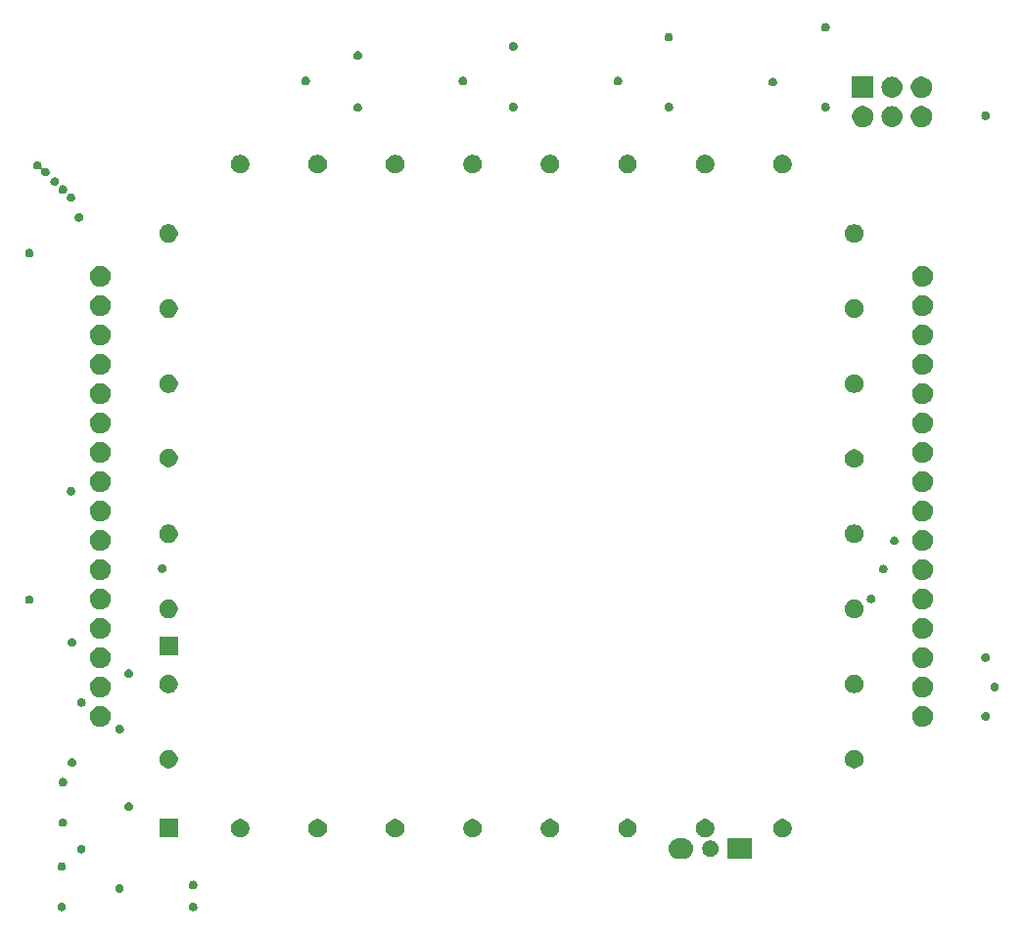
<source format=gbr>
G04 #@! TF.GenerationSoftware,KiCad,Pcbnew,(5.1.2-1)-1*
G04 #@! TF.CreationDate,2020-04-17T06:43:39-05:00*
G04 #@! TF.ProjectId,Interactive Core Memory Badge (Cores) v0.3,496e7465-7261-4637-9469-766520436f72,0.3*
G04 #@! TF.SameCoordinates,Original*
G04 #@! TF.FileFunction,Soldermask,Top*
G04 #@! TF.FilePolarity,Negative*
%FSLAX46Y46*%
G04 Gerber Fmt 4.6, Leading zero omitted, Abs format (unit mm)*
G04 Created by KiCad (PCBNEW (5.1.2-1)-1) date 2020-04-17 06:43:39*
%MOMM*%
%LPD*%
G04 APERTURE LIST*
%ADD10C,0.100000*%
G04 APERTURE END LIST*
D10*
G36*
X-27425328Y-35188449D02*
G01*
X-27425326Y-35188450D01*
X-27425325Y-35188450D01*
X-27356897Y-35216793D01*
X-27295314Y-35257942D01*
X-27242942Y-35310314D01*
X-27201793Y-35371897D01*
X-27173450Y-35440325D01*
X-27159000Y-35512967D01*
X-27159000Y-35587033D01*
X-27173450Y-35659675D01*
X-27201793Y-35728103D01*
X-27242942Y-35789686D01*
X-27295314Y-35842058D01*
X-27356897Y-35883207D01*
X-27425325Y-35911550D01*
X-27425326Y-35911550D01*
X-27425328Y-35911551D01*
X-27497966Y-35926000D01*
X-27572034Y-35926000D01*
X-27644672Y-35911551D01*
X-27644674Y-35911550D01*
X-27644675Y-35911550D01*
X-27713103Y-35883207D01*
X-27774686Y-35842058D01*
X-27827058Y-35789686D01*
X-27868207Y-35728103D01*
X-27896550Y-35659675D01*
X-27911000Y-35587033D01*
X-27911000Y-35512967D01*
X-27896550Y-35440325D01*
X-27868207Y-35371897D01*
X-27827058Y-35310314D01*
X-27774686Y-35257942D01*
X-27713103Y-35216793D01*
X-27644675Y-35188450D01*
X-27644674Y-35188450D01*
X-27644672Y-35188449D01*
X-27572034Y-35174000D01*
X-27497966Y-35174000D01*
X-27425328Y-35188449D01*
X-27425328Y-35188449D01*
G37*
G36*
X-38775328Y-35188449D02*
G01*
X-38775326Y-35188450D01*
X-38775325Y-35188450D01*
X-38706897Y-35216793D01*
X-38645314Y-35257942D01*
X-38592942Y-35310314D01*
X-38551793Y-35371897D01*
X-38523450Y-35440325D01*
X-38509000Y-35512967D01*
X-38509000Y-35587033D01*
X-38523450Y-35659675D01*
X-38551793Y-35728103D01*
X-38592942Y-35789686D01*
X-38645314Y-35842058D01*
X-38706897Y-35883207D01*
X-38775325Y-35911550D01*
X-38775326Y-35911550D01*
X-38775328Y-35911551D01*
X-38847966Y-35926000D01*
X-38922034Y-35926000D01*
X-38994672Y-35911551D01*
X-38994674Y-35911550D01*
X-38994675Y-35911550D01*
X-39063103Y-35883207D01*
X-39124686Y-35842058D01*
X-39177058Y-35789686D01*
X-39218207Y-35728103D01*
X-39246550Y-35659675D01*
X-39261000Y-35587033D01*
X-39261000Y-35512967D01*
X-39246550Y-35440325D01*
X-39218207Y-35371897D01*
X-39177058Y-35310314D01*
X-39124686Y-35257942D01*
X-39063103Y-35216793D01*
X-38994675Y-35188450D01*
X-38994674Y-35188450D01*
X-38994672Y-35188449D01*
X-38922034Y-35174000D01*
X-38847966Y-35174000D01*
X-38775328Y-35188449D01*
X-38775328Y-35188449D01*
G37*
G36*
X-33777513Y-33595661D02*
G01*
X-33710451Y-33623439D01*
X-33710450Y-33623440D01*
X-33650095Y-33663767D01*
X-33598767Y-33715095D01*
X-33571821Y-33755423D01*
X-33558439Y-33775451D01*
X-33530661Y-33842513D01*
X-33516500Y-33913705D01*
X-33516500Y-33986295D01*
X-33530661Y-34057487D01*
X-33558439Y-34124549D01*
X-33558440Y-34124550D01*
X-33598767Y-34184905D01*
X-33650095Y-34236233D01*
X-33690423Y-34263179D01*
X-33710451Y-34276561D01*
X-33777513Y-34304339D01*
X-33848705Y-34318500D01*
X-33921295Y-34318500D01*
X-33992487Y-34304339D01*
X-34059549Y-34276561D01*
X-34079577Y-34263179D01*
X-34119905Y-34236233D01*
X-34171233Y-34184905D01*
X-34211560Y-34124550D01*
X-34211561Y-34124549D01*
X-34239339Y-34057487D01*
X-34253500Y-33986295D01*
X-34253500Y-33913705D01*
X-34239339Y-33842513D01*
X-34211561Y-33775451D01*
X-34198179Y-33755423D01*
X-34171233Y-33715095D01*
X-34119905Y-33663767D01*
X-34059550Y-33623440D01*
X-34059549Y-33623439D01*
X-33992487Y-33595661D01*
X-33921295Y-33581500D01*
X-33848705Y-33581500D01*
X-33777513Y-33595661D01*
X-33777513Y-33595661D01*
G37*
G36*
X-27425328Y-33288449D02*
G01*
X-27425326Y-33288450D01*
X-27425325Y-33288450D01*
X-27356897Y-33316793D01*
X-27295314Y-33357942D01*
X-27242942Y-33410314D01*
X-27201793Y-33471897D01*
X-27173450Y-33540325D01*
X-27173449Y-33540328D01*
X-27159000Y-33612966D01*
X-27159000Y-33687033D01*
X-27173450Y-33759675D01*
X-27201793Y-33828103D01*
X-27242942Y-33889686D01*
X-27295314Y-33942058D01*
X-27356897Y-33983207D01*
X-27425325Y-34011550D01*
X-27425326Y-34011550D01*
X-27425328Y-34011551D01*
X-27497966Y-34026000D01*
X-27572034Y-34026000D01*
X-27644672Y-34011551D01*
X-27644674Y-34011550D01*
X-27644675Y-34011550D01*
X-27713103Y-33983207D01*
X-27774686Y-33942058D01*
X-27827058Y-33889686D01*
X-27868207Y-33828103D01*
X-27896550Y-33759675D01*
X-27911000Y-33687033D01*
X-27911000Y-33612966D01*
X-27896551Y-33540328D01*
X-27896550Y-33540325D01*
X-27868207Y-33471897D01*
X-27827058Y-33410314D01*
X-27774686Y-33357942D01*
X-27713103Y-33316793D01*
X-27644675Y-33288450D01*
X-27644674Y-33288450D01*
X-27644672Y-33288449D01*
X-27572034Y-33274000D01*
X-27497966Y-33274000D01*
X-27425328Y-33288449D01*
X-27425328Y-33288449D01*
G37*
G36*
X-38775324Y-31688449D02*
G01*
X-38775322Y-31688450D01*
X-38775321Y-31688450D01*
X-38706893Y-31716793D01*
X-38645310Y-31757942D01*
X-38592938Y-31810314D01*
X-38551789Y-31871897D01*
X-38523446Y-31940325D01*
X-38508996Y-32012967D01*
X-38508996Y-32087033D01*
X-38523446Y-32159675D01*
X-38551789Y-32228103D01*
X-38592938Y-32289686D01*
X-38645310Y-32342058D01*
X-38706893Y-32383207D01*
X-38775321Y-32411550D01*
X-38775322Y-32411550D01*
X-38775324Y-32411551D01*
X-38847962Y-32426000D01*
X-38922030Y-32426000D01*
X-38994668Y-32411551D01*
X-38994670Y-32411550D01*
X-38994671Y-32411550D01*
X-39063099Y-32383207D01*
X-39124682Y-32342058D01*
X-39177054Y-32289686D01*
X-39218203Y-32228103D01*
X-39246546Y-32159675D01*
X-39260996Y-32087033D01*
X-39260996Y-32012967D01*
X-39246546Y-31940325D01*
X-39218203Y-31871897D01*
X-39177054Y-31810314D01*
X-39124682Y-31757942D01*
X-39063099Y-31716793D01*
X-38994671Y-31688450D01*
X-38994670Y-31688450D01*
X-38994668Y-31688449D01*
X-38922030Y-31674000D01*
X-38847962Y-31674000D01*
X-38775324Y-31688449D01*
X-38775324Y-31688449D01*
G37*
G36*
X14980343Y-29595361D02*
G01*
X14999568Y-29597254D01*
X15085900Y-29623443D01*
X15172234Y-29649632D01*
X15331365Y-29734689D01*
X15470844Y-29849156D01*
X15585311Y-29988635D01*
X15670368Y-30147766D01*
X15722746Y-30320433D01*
X15740432Y-30500000D01*
X15722746Y-30679567D01*
X15670368Y-30852234D01*
X15585311Y-31011365D01*
X15470844Y-31150844D01*
X15331365Y-31265311D01*
X15172234Y-31350368D01*
X15085900Y-31376557D01*
X14999568Y-31402746D01*
X14980343Y-31404639D01*
X14864998Y-31416000D01*
X14475002Y-31416000D01*
X14359657Y-31404639D01*
X14340432Y-31402746D01*
X14254100Y-31376557D01*
X14167766Y-31350368D01*
X14008635Y-31265311D01*
X13869156Y-31150844D01*
X13754689Y-31011365D01*
X13669632Y-30852234D01*
X13617254Y-30679567D01*
X13599568Y-30500000D01*
X13617254Y-30320433D01*
X13669632Y-30147766D01*
X13754689Y-29988635D01*
X13869156Y-29849156D01*
X14008635Y-29734689D01*
X14167766Y-29649632D01*
X14254100Y-29623443D01*
X14340432Y-29597254D01*
X14359657Y-29595361D01*
X14475002Y-29584000D01*
X14864998Y-29584000D01*
X14980343Y-29595361D01*
X14980343Y-29595361D01*
G37*
G36*
X20816000Y-31416000D02*
G01*
X18684000Y-31416000D01*
X18684000Y-29584000D01*
X20816000Y-29584000D01*
X20816000Y-31416000D01*
X20816000Y-31416000D01*
G37*
G36*
X17414473Y-29825938D02*
G01*
X17542049Y-29878782D01*
X17656859Y-29955495D01*
X17754505Y-30053141D01*
X17831218Y-30167951D01*
X17884062Y-30295527D01*
X17911000Y-30430956D01*
X17911000Y-30569044D01*
X17884062Y-30704473D01*
X17831218Y-30832049D01*
X17754505Y-30946859D01*
X17656859Y-31044505D01*
X17542049Y-31121218D01*
X17414473Y-31174062D01*
X17279044Y-31201000D01*
X17140956Y-31201000D01*
X17005527Y-31174062D01*
X16877951Y-31121218D01*
X16763141Y-31044505D01*
X16665495Y-30946859D01*
X16588782Y-30832049D01*
X16535938Y-30704473D01*
X16509000Y-30569044D01*
X16509000Y-30430956D01*
X16535938Y-30295527D01*
X16588782Y-30167951D01*
X16665495Y-30053141D01*
X16763141Y-29955495D01*
X16877951Y-29878782D01*
X17005527Y-29825938D01*
X17140956Y-29799000D01*
X17279044Y-29799000D01*
X17414473Y-29825938D01*
X17414473Y-29825938D01*
G37*
G36*
X-37077513Y-30195657D02*
G01*
X-37010451Y-30223435D01*
X-37010450Y-30223436D01*
X-36950095Y-30263763D01*
X-36898767Y-30315091D01*
X-36895198Y-30320433D01*
X-36858439Y-30375447D01*
X-36830661Y-30442509D01*
X-36816500Y-30513701D01*
X-36816500Y-30586291D01*
X-36830661Y-30657483D01*
X-36858439Y-30724545D01*
X-36858440Y-30724546D01*
X-36898767Y-30784901D01*
X-36950095Y-30836229D01*
X-36974049Y-30852234D01*
X-37010451Y-30876557D01*
X-37077513Y-30904335D01*
X-37148705Y-30918496D01*
X-37221295Y-30918496D01*
X-37292487Y-30904335D01*
X-37359549Y-30876557D01*
X-37395951Y-30852234D01*
X-37419905Y-30836229D01*
X-37471233Y-30784901D01*
X-37511560Y-30724546D01*
X-37511561Y-30724545D01*
X-37539339Y-30657483D01*
X-37553500Y-30586291D01*
X-37553500Y-30513701D01*
X-37539339Y-30442509D01*
X-37511561Y-30375447D01*
X-37474802Y-30320433D01*
X-37471233Y-30315091D01*
X-37419905Y-30263763D01*
X-37359550Y-30223436D01*
X-37359549Y-30223435D01*
X-37292487Y-30195657D01*
X-37221295Y-30181496D01*
X-37148705Y-30181496D01*
X-37077513Y-30195657D01*
X-37077513Y-30195657D01*
G37*
G36*
X10283642Y-27979781D02*
G01*
X10429414Y-28040162D01*
X10429416Y-28040163D01*
X10560608Y-28127822D01*
X10672178Y-28239392D01*
X10704010Y-28287033D01*
X10759838Y-28370586D01*
X10820219Y-28516358D01*
X10851000Y-28671107D01*
X10851000Y-28828893D01*
X10820219Y-28983642D01*
X10759838Y-29129414D01*
X10759837Y-29129416D01*
X10672178Y-29260608D01*
X10560608Y-29372178D01*
X10429416Y-29459837D01*
X10429415Y-29459838D01*
X10429414Y-29459838D01*
X10283642Y-29520219D01*
X10128893Y-29551000D01*
X9971107Y-29551000D01*
X9816358Y-29520219D01*
X9670586Y-29459838D01*
X9670585Y-29459838D01*
X9670584Y-29459837D01*
X9539392Y-29372178D01*
X9427822Y-29260608D01*
X9340163Y-29129416D01*
X9340162Y-29129414D01*
X9279781Y-28983642D01*
X9249000Y-28828893D01*
X9249000Y-28671107D01*
X9279781Y-28516358D01*
X9340162Y-28370586D01*
X9395990Y-28287033D01*
X9427822Y-28239392D01*
X9539392Y-28127822D01*
X9670584Y-28040163D01*
X9670586Y-28040162D01*
X9816358Y-27979781D01*
X9971107Y-27949000D01*
X10128893Y-27949000D01*
X10283642Y-27979781D01*
X10283642Y-27979781D01*
G37*
G36*
X16983642Y-27979781D02*
G01*
X17129414Y-28040162D01*
X17129416Y-28040163D01*
X17260608Y-28127822D01*
X17372178Y-28239392D01*
X17404010Y-28287033D01*
X17459838Y-28370586D01*
X17520219Y-28516358D01*
X17551000Y-28671107D01*
X17551000Y-28828893D01*
X17520219Y-28983642D01*
X17459838Y-29129414D01*
X17459837Y-29129416D01*
X17372178Y-29260608D01*
X17260608Y-29372178D01*
X17129416Y-29459837D01*
X17129415Y-29459838D01*
X17129414Y-29459838D01*
X16983642Y-29520219D01*
X16828893Y-29551000D01*
X16671107Y-29551000D01*
X16516358Y-29520219D01*
X16370586Y-29459838D01*
X16370585Y-29459838D01*
X16370584Y-29459837D01*
X16239392Y-29372178D01*
X16127822Y-29260608D01*
X16040163Y-29129416D01*
X16040162Y-29129414D01*
X15979781Y-28983642D01*
X15949000Y-28828893D01*
X15949000Y-28671107D01*
X15979781Y-28516358D01*
X16040162Y-28370586D01*
X16095990Y-28287033D01*
X16127822Y-28239392D01*
X16239392Y-28127822D01*
X16370584Y-28040163D01*
X16370586Y-28040162D01*
X16516358Y-27979781D01*
X16671107Y-27949000D01*
X16828893Y-27949000D01*
X16983642Y-27979781D01*
X16983642Y-27979781D01*
G37*
G36*
X3583642Y-27979781D02*
G01*
X3729414Y-28040162D01*
X3729416Y-28040163D01*
X3860608Y-28127822D01*
X3972178Y-28239392D01*
X4004010Y-28287033D01*
X4059838Y-28370586D01*
X4120219Y-28516358D01*
X4151000Y-28671107D01*
X4151000Y-28828893D01*
X4120219Y-28983642D01*
X4059838Y-29129414D01*
X4059837Y-29129416D01*
X3972178Y-29260608D01*
X3860608Y-29372178D01*
X3729416Y-29459837D01*
X3729415Y-29459838D01*
X3729414Y-29459838D01*
X3583642Y-29520219D01*
X3428893Y-29551000D01*
X3271107Y-29551000D01*
X3116358Y-29520219D01*
X2970586Y-29459838D01*
X2970585Y-29459838D01*
X2970584Y-29459837D01*
X2839392Y-29372178D01*
X2727822Y-29260608D01*
X2640163Y-29129416D01*
X2640162Y-29129414D01*
X2579781Y-28983642D01*
X2549000Y-28828893D01*
X2549000Y-28671107D01*
X2579781Y-28516358D01*
X2640162Y-28370586D01*
X2695990Y-28287033D01*
X2727822Y-28239392D01*
X2839392Y-28127822D01*
X2970584Y-28040163D01*
X2970586Y-28040162D01*
X3116358Y-27979781D01*
X3271107Y-27949000D01*
X3428893Y-27949000D01*
X3583642Y-27979781D01*
X3583642Y-27979781D01*
G37*
G36*
X-3116358Y-27979781D02*
G01*
X-2970586Y-28040162D01*
X-2970584Y-28040163D01*
X-2839392Y-28127822D01*
X-2727822Y-28239392D01*
X-2695990Y-28287033D01*
X-2640162Y-28370586D01*
X-2579781Y-28516358D01*
X-2549000Y-28671107D01*
X-2549000Y-28828893D01*
X-2579781Y-28983642D01*
X-2640162Y-29129414D01*
X-2640163Y-29129416D01*
X-2727822Y-29260608D01*
X-2839392Y-29372178D01*
X-2970584Y-29459837D01*
X-2970585Y-29459838D01*
X-2970586Y-29459838D01*
X-3116358Y-29520219D01*
X-3271107Y-29551000D01*
X-3428893Y-29551000D01*
X-3583642Y-29520219D01*
X-3729414Y-29459838D01*
X-3729415Y-29459838D01*
X-3729416Y-29459837D01*
X-3860608Y-29372178D01*
X-3972178Y-29260608D01*
X-4059837Y-29129416D01*
X-4059838Y-29129414D01*
X-4120219Y-28983642D01*
X-4151000Y-28828893D01*
X-4151000Y-28671107D01*
X-4120219Y-28516358D01*
X-4059838Y-28370586D01*
X-4004010Y-28287033D01*
X-3972178Y-28239392D01*
X-3860608Y-28127822D01*
X-3729416Y-28040163D01*
X-3729414Y-28040162D01*
X-3583642Y-27979781D01*
X-3428893Y-27949000D01*
X-3271107Y-27949000D01*
X-3116358Y-27979781D01*
X-3116358Y-27979781D01*
G37*
G36*
X-28849000Y-29551000D02*
G01*
X-30451000Y-29551000D01*
X-30451000Y-27949000D01*
X-28849000Y-27949000D01*
X-28849000Y-29551000D01*
X-28849000Y-29551000D01*
G37*
G36*
X23683642Y-27979781D02*
G01*
X23829414Y-28040162D01*
X23829416Y-28040163D01*
X23960608Y-28127822D01*
X24072178Y-28239392D01*
X24104010Y-28287033D01*
X24159838Y-28370586D01*
X24220219Y-28516358D01*
X24251000Y-28671107D01*
X24251000Y-28828893D01*
X24220219Y-28983642D01*
X24159838Y-29129414D01*
X24159837Y-29129416D01*
X24072178Y-29260608D01*
X23960608Y-29372178D01*
X23829416Y-29459837D01*
X23829415Y-29459838D01*
X23829414Y-29459838D01*
X23683642Y-29520219D01*
X23528893Y-29551000D01*
X23371107Y-29551000D01*
X23216358Y-29520219D01*
X23070586Y-29459838D01*
X23070585Y-29459838D01*
X23070584Y-29459837D01*
X22939392Y-29372178D01*
X22827822Y-29260608D01*
X22740163Y-29129416D01*
X22740162Y-29129414D01*
X22679781Y-28983642D01*
X22649000Y-28828893D01*
X22649000Y-28671107D01*
X22679781Y-28516358D01*
X22740162Y-28370586D01*
X22795990Y-28287033D01*
X22827822Y-28239392D01*
X22939392Y-28127822D01*
X23070584Y-28040163D01*
X23070586Y-28040162D01*
X23216358Y-27979781D01*
X23371107Y-27949000D01*
X23528893Y-27949000D01*
X23683642Y-27979781D01*
X23683642Y-27979781D01*
G37*
G36*
X-23216358Y-27979781D02*
G01*
X-23070586Y-28040162D01*
X-23070584Y-28040163D01*
X-22939392Y-28127822D01*
X-22827822Y-28239392D01*
X-22795990Y-28287033D01*
X-22740162Y-28370586D01*
X-22679781Y-28516358D01*
X-22649000Y-28671107D01*
X-22649000Y-28828893D01*
X-22679781Y-28983642D01*
X-22740162Y-29129414D01*
X-22740163Y-29129416D01*
X-22827822Y-29260608D01*
X-22939392Y-29372178D01*
X-23070584Y-29459837D01*
X-23070585Y-29459838D01*
X-23070586Y-29459838D01*
X-23216358Y-29520219D01*
X-23371107Y-29551000D01*
X-23528893Y-29551000D01*
X-23683642Y-29520219D01*
X-23829414Y-29459838D01*
X-23829415Y-29459838D01*
X-23829416Y-29459837D01*
X-23960608Y-29372178D01*
X-24072178Y-29260608D01*
X-24159837Y-29129416D01*
X-24159838Y-29129414D01*
X-24220219Y-28983642D01*
X-24251000Y-28828893D01*
X-24251000Y-28671107D01*
X-24220219Y-28516358D01*
X-24159838Y-28370586D01*
X-24104010Y-28287033D01*
X-24072178Y-28239392D01*
X-23960608Y-28127822D01*
X-23829416Y-28040163D01*
X-23829414Y-28040162D01*
X-23683642Y-27979781D01*
X-23528893Y-27949000D01*
X-23371107Y-27949000D01*
X-23216358Y-27979781D01*
X-23216358Y-27979781D01*
G37*
G36*
X-16516358Y-27979781D02*
G01*
X-16370586Y-28040162D01*
X-16370584Y-28040163D01*
X-16239392Y-28127822D01*
X-16127822Y-28239392D01*
X-16095990Y-28287033D01*
X-16040162Y-28370586D01*
X-15979781Y-28516358D01*
X-15949000Y-28671107D01*
X-15949000Y-28828893D01*
X-15979781Y-28983642D01*
X-16040162Y-29129414D01*
X-16040163Y-29129416D01*
X-16127822Y-29260608D01*
X-16239392Y-29372178D01*
X-16370584Y-29459837D01*
X-16370585Y-29459838D01*
X-16370586Y-29459838D01*
X-16516358Y-29520219D01*
X-16671107Y-29551000D01*
X-16828893Y-29551000D01*
X-16983642Y-29520219D01*
X-17129414Y-29459838D01*
X-17129415Y-29459838D01*
X-17129416Y-29459837D01*
X-17260608Y-29372178D01*
X-17372178Y-29260608D01*
X-17459837Y-29129416D01*
X-17459838Y-29129414D01*
X-17520219Y-28983642D01*
X-17551000Y-28828893D01*
X-17551000Y-28671107D01*
X-17520219Y-28516358D01*
X-17459838Y-28370586D01*
X-17404010Y-28287033D01*
X-17372178Y-28239392D01*
X-17260608Y-28127822D01*
X-17129416Y-28040163D01*
X-17129414Y-28040162D01*
X-16983642Y-27979781D01*
X-16828893Y-27949000D01*
X-16671107Y-27949000D01*
X-16516358Y-27979781D01*
X-16516358Y-27979781D01*
G37*
G36*
X-9816358Y-27979781D02*
G01*
X-9670586Y-28040162D01*
X-9670584Y-28040163D01*
X-9539392Y-28127822D01*
X-9427822Y-28239392D01*
X-9395990Y-28287033D01*
X-9340162Y-28370586D01*
X-9279781Y-28516358D01*
X-9249000Y-28671107D01*
X-9249000Y-28828893D01*
X-9279781Y-28983642D01*
X-9340162Y-29129414D01*
X-9340163Y-29129416D01*
X-9427822Y-29260608D01*
X-9539392Y-29372178D01*
X-9670584Y-29459837D01*
X-9670585Y-29459838D01*
X-9670586Y-29459838D01*
X-9816358Y-29520219D01*
X-9971107Y-29551000D01*
X-10128893Y-29551000D01*
X-10283642Y-29520219D01*
X-10429414Y-29459838D01*
X-10429415Y-29459838D01*
X-10429416Y-29459837D01*
X-10560608Y-29372178D01*
X-10672178Y-29260608D01*
X-10759837Y-29129416D01*
X-10759838Y-29129414D01*
X-10820219Y-28983642D01*
X-10851000Y-28828893D01*
X-10851000Y-28671107D01*
X-10820219Y-28516358D01*
X-10759838Y-28370586D01*
X-10704010Y-28287033D01*
X-10672178Y-28239392D01*
X-10560608Y-28127822D01*
X-10429416Y-28040163D01*
X-10429414Y-28040162D01*
X-10283642Y-27979781D01*
X-10128893Y-27949000D01*
X-9971107Y-27949000D01*
X-9816358Y-27979781D01*
X-9816358Y-27979781D01*
G37*
G36*
X-38675322Y-27888449D02*
G01*
X-38675320Y-27888450D01*
X-38675319Y-27888450D01*
X-38606891Y-27916793D01*
X-38545308Y-27957942D01*
X-38492936Y-28010314D01*
X-38451787Y-28071897D01*
X-38423444Y-28140325D01*
X-38408994Y-28212967D01*
X-38408994Y-28287033D01*
X-38423444Y-28359675D01*
X-38451787Y-28428103D01*
X-38492936Y-28489686D01*
X-38545308Y-28542058D01*
X-38606891Y-28583207D01*
X-38675319Y-28611550D01*
X-38675320Y-28611550D01*
X-38675322Y-28611551D01*
X-38747960Y-28626000D01*
X-38822028Y-28626000D01*
X-38894666Y-28611551D01*
X-38894668Y-28611550D01*
X-38894669Y-28611550D01*
X-38963097Y-28583207D01*
X-39024680Y-28542058D01*
X-39077052Y-28489686D01*
X-39118201Y-28428103D01*
X-39146544Y-28359675D01*
X-39160994Y-28287033D01*
X-39160994Y-28212967D01*
X-39146544Y-28140325D01*
X-39118201Y-28071897D01*
X-39077052Y-28010314D01*
X-39024680Y-27957942D01*
X-38963097Y-27916793D01*
X-38894669Y-27888450D01*
X-38894668Y-27888450D01*
X-38894666Y-27888449D01*
X-38822028Y-27874000D01*
X-38747960Y-27874000D01*
X-38675322Y-27888449D01*
X-38675322Y-27888449D01*
G37*
G36*
X-32977513Y-26495661D02*
G01*
X-32910451Y-26523439D01*
X-32910450Y-26523440D01*
X-32850095Y-26563767D01*
X-32798767Y-26615095D01*
X-32771821Y-26655423D01*
X-32758439Y-26675451D01*
X-32730661Y-26742513D01*
X-32716500Y-26813705D01*
X-32716500Y-26886295D01*
X-32730661Y-26957487D01*
X-32758439Y-27024549D01*
X-32758440Y-27024550D01*
X-32798767Y-27084905D01*
X-32850095Y-27136233D01*
X-32890423Y-27163179D01*
X-32910451Y-27176561D01*
X-32977513Y-27204339D01*
X-33048705Y-27218500D01*
X-33121295Y-27218500D01*
X-33192487Y-27204339D01*
X-33259549Y-27176561D01*
X-33279577Y-27163179D01*
X-33319905Y-27136233D01*
X-33371233Y-27084905D01*
X-33411560Y-27024550D01*
X-33411561Y-27024549D01*
X-33439339Y-26957487D01*
X-33453500Y-26886295D01*
X-33453500Y-26813705D01*
X-33439339Y-26742513D01*
X-33411561Y-26675451D01*
X-33398179Y-26655423D01*
X-33371233Y-26615095D01*
X-33319905Y-26563767D01*
X-33259550Y-26523440D01*
X-33259549Y-26523439D01*
X-33192487Y-26495661D01*
X-33121295Y-26481500D01*
X-33048705Y-26481500D01*
X-32977513Y-26495661D01*
X-32977513Y-26495661D01*
G37*
G36*
X-38675328Y-24388449D02*
G01*
X-38675326Y-24388450D01*
X-38675325Y-24388450D01*
X-38606897Y-24416793D01*
X-38545314Y-24457942D01*
X-38492942Y-24510314D01*
X-38451793Y-24571897D01*
X-38423450Y-24640325D01*
X-38409000Y-24712967D01*
X-38409000Y-24787033D01*
X-38423450Y-24859675D01*
X-38451793Y-24928103D01*
X-38492942Y-24989686D01*
X-38545314Y-25042058D01*
X-38606897Y-25083207D01*
X-38675325Y-25111550D01*
X-38675326Y-25111550D01*
X-38675328Y-25111551D01*
X-38747966Y-25126000D01*
X-38822034Y-25126000D01*
X-38894672Y-25111551D01*
X-38894674Y-25111550D01*
X-38894675Y-25111550D01*
X-38963103Y-25083207D01*
X-39024686Y-25042058D01*
X-39077058Y-24989686D01*
X-39118207Y-24928103D01*
X-39146550Y-24859675D01*
X-39161000Y-24787033D01*
X-39161000Y-24712967D01*
X-39146550Y-24640325D01*
X-39118207Y-24571897D01*
X-39077058Y-24510314D01*
X-39024686Y-24457942D01*
X-38963103Y-24416793D01*
X-38894675Y-24388450D01*
X-38894674Y-24388450D01*
X-38894672Y-24388449D01*
X-38822034Y-24374000D01*
X-38747966Y-24374000D01*
X-38675328Y-24388449D01*
X-38675328Y-24388449D01*
G37*
G36*
X-29416358Y-21979781D02*
G01*
X-29270586Y-22040162D01*
X-29270584Y-22040163D01*
X-29139392Y-22127822D01*
X-29027822Y-22239392D01*
X-28940163Y-22370584D01*
X-28940162Y-22370586D01*
X-28879781Y-22516358D01*
X-28849000Y-22671107D01*
X-28849000Y-22828893D01*
X-28879781Y-22983642D01*
X-28940162Y-23129414D01*
X-28940163Y-23129416D01*
X-29027822Y-23260608D01*
X-29139392Y-23372178D01*
X-29270584Y-23459837D01*
X-29270585Y-23459838D01*
X-29270586Y-23459838D01*
X-29416358Y-23520219D01*
X-29571107Y-23551000D01*
X-29728893Y-23551000D01*
X-29883642Y-23520219D01*
X-30029414Y-23459838D01*
X-30029415Y-23459838D01*
X-30029416Y-23459837D01*
X-30160608Y-23372178D01*
X-30272178Y-23260608D01*
X-30359837Y-23129416D01*
X-30359838Y-23129414D01*
X-30420219Y-22983642D01*
X-30451000Y-22828893D01*
X-30451000Y-22671107D01*
X-30420219Y-22516358D01*
X-30359838Y-22370586D01*
X-30359837Y-22370584D01*
X-30272178Y-22239392D01*
X-30160608Y-22127822D01*
X-30029416Y-22040163D01*
X-30029414Y-22040162D01*
X-29883642Y-21979781D01*
X-29728893Y-21949000D01*
X-29571107Y-21949000D01*
X-29416358Y-21979781D01*
X-29416358Y-21979781D01*
G37*
G36*
X29883642Y-21979781D02*
G01*
X30029414Y-22040162D01*
X30029416Y-22040163D01*
X30160608Y-22127822D01*
X30272178Y-22239392D01*
X30359837Y-22370584D01*
X30359838Y-22370586D01*
X30420219Y-22516358D01*
X30451000Y-22671107D01*
X30451000Y-22828893D01*
X30420219Y-22983642D01*
X30359838Y-23129414D01*
X30359837Y-23129416D01*
X30272178Y-23260608D01*
X30160608Y-23372178D01*
X30029416Y-23459837D01*
X30029415Y-23459838D01*
X30029414Y-23459838D01*
X29883642Y-23520219D01*
X29728893Y-23551000D01*
X29571107Y-23551000D01*
X29416358Y-23520219D01*
X29270586Y-23459838D01*
X29270585Y-23459838D01*
X29270584Y-23459837D01*
X29139392Y-23372178D01*
X29027822Y-23260608D01*
X28940163Y-23129416D01*
X28940162Y-23129414D01*
X28879781Y-22983642D01*
X28849000Y-22828893D01*
X28849000Y-22671107D01*
X28879781Y-22516358D01*
X28940162Y-22370586D01*
X28940163Y-22370584D01*
X29027822Y-22239392D01*
X29139392Y-22127822D01*
X29270584Y-22040163D01*
X29270586Y-22040162D01*
X29416358Y-21979781D01*
X29571107Y-21949000D01*
X29728893Y-21949000D01*
X29883642Y-21979781D01*
X29883642Y-21979781D01*
G37*
G36*
X-37877513Y-22695661D02*
G01*
X-37810451Y-22723439D01*
X-37810450Y-22723440D01*
X-37750095Y-22763767D01*
X-37698767Y-22815095D01*
X-37689548Y-22828893D01*
X-37658439Y-22875451D01*
X-37630661Y-22942513D01*
X-37616500Y-23013705D01*
X-37616500Y-23086295D01*
X-37630661Y-23157487D01*
X-37658439Y-23224549D01*
X-37658440Y-23224550D01*
X-37698767Y-23284905D01*
X-37750095Y-23336233D01*
X-37790423Y-23363179D01*
X-37810451Y-23376561D01*
X-37877513Y-23404339D01*
X-37948705Y-23418500D01*
X-38021295Y-23418500D01*
X-38092487Y-23404339D01*
X-38159549Y-23376561D01*
X-38179577Y-23363179D01*
X-38219905Y-23336233D01*
X-38271233Y-23284905D01*
X-38311560Y-23224550D01*
X-38311561Y-23224549D01*
X-38339339Y-23157487D01*
X-38353500Y-23086295D01*
X-38353500Y-23013705D01*
X-38339339Y-22942513D01*
X-38311561Y-22875451D01*
X-38280452Y-22828893D01*
X-38271233Y-22815095D01*
X-38219905Y-22763767D01*
X-38159550Y-22723440D01*
X-38159549Y-22723439D01*
X-38092487Y-22695661D01*
X-38021295Y-22681500D01*
X-37948705Y-22681500D01*
X-37877513Y-22695661D01*
X-37877513Y-22695661D01*
G37*
G36*
X-33775328Y-19788447D02*
G01*
X-33775326Y-19788448D01*
X-33775325Y-19788448D01*
X-33706897Y-19816791D01*
X-33645314Y-19857940D01*
X-33592942Y-19910312D01*
X-33551793Y-19971895D01*
X-33523450Y-20040323D01*
X-33509000Y-20112965D01*
X-33509000Y-20187031D01*
X-33523450Y-20259673D01*
X-33551793Y-20328101D01*
X-33592942Y-20389684D01*
X-33645314Y-20442056D01*
X-33706897Y-20483205D01*
X-33775325Y-20511548D01*
X-33775326Y-20511548D01*
X-33775328Y-20511549D01*
X-33847966Y-20525998D01*
X-33922034Y-20525998D01*
X-33994672Y-20511549D01*
X-33994674Y-20511548D01*
X-33994675Y-20511548D01*
X-34063103Y-20483205D01*
X-34124686Y-20442056D01*
X-34177058Y-20389684D01*
X-34218207Y-20328101D01*
X-34246550Y-20259673D01*
X-34261000Y-20187031D01*
X-34261000Y-20112965D01*
X-34246550Y-20040323D01*
X-34218207Y-19971895D01*
X-34177058Y-19910312D01*
X-34124686Y-19857940D01*
X-34063103Y-19816791D01*
X-33994675Y-19788448D01*
X-33994674Y-19788448D01*
X-33994672Y-19788447D01*
X-33922034Y-19773998D01*
X-33847966Y-19773998D01*
X-33775328Y-19788447D01*
X-33775328Y-19788447D01*
G37*
G36*
X-35446488Y-18153927D02*
G01*
X-35297188Y-18183624D01*
X-35133216Y-18251544D01*
X-34985646Y-18350147D01*
X-34860147Y-18475646D01*
X-34761544Y-18623216D01*
X-34693624Y-18787188D01*
X-34659000Y-18961259D01*
X-34659000Y-19138741D01*
X-34693624Y-19312812D01*
X-34761544Y-19476784D01*
X-34860147Y-19624354D01*
X-34985646Y-19749853D01*
X-35133216Y-19848456D01*
X-35297188Y-19916376D01*
X-35446488Y-19946073D01*
X-35471258Y-19951000D01*
X-35648742Y-19951000D01*
X-35673512Y-19946073D01*
X-35822812Y-19916376D01*
X-35986784Y-19848456D01*
X-36134354Y-19749853D01*
X-36259853Y-19624354D01*
X-36358456Y-19476784D01*
X-36426376Y-19312812D01*
X-36461000Y-19138741D01*
X-36461000Y-18961259D01*
X-36426376Y-18787188D01*
X-36358456Y-18623216D01*
X-36259853Y-18475646D01*
X-36134354Y-18350147D01*
X-35986784Y-18251544D01*
X-35822812Y-18183624D01*
X-35673512Y-18153927D01*
X-35648742Y-18149000D01*
X-35471258Y-18149000D01*
X-35446488Y-18153927D01*
X-35446488Y-18153927D01*
G37*
G36*
X35673512Y-18153927D02*
G01*
X35822812Y-18183624D01*
X35986784Y-18251544D01*
X36134354Y-18350147D01*
X36259853Y-18475646D01*
X36358456Y-18623216D01*
X36426376Y-18787188D01*
X36461000Y-18961259D01*
X36461000Y-19138741D01*
X36426376Y-19312812D01*
X36358456Y-19476784D01*
X36259853Y-19624354D01*
X36134354Y-19749853D01*
X35986784Y-19848456D01*
X35822812Y-19916376D01*
X35673512Y-19946073D01*
X35648742Y-19951000D01*
X35471258Y-19951000D01*
X35446488Y-19946073D01*
X35297188Y-19916376D01*
X35133216Y-19848456D01*
X34985646Y-19749853D01*
X34860147Y-19624354D01*
X34761544Y-19476784D01*
X34693624Y-19312812D01*
X34659000Y-19138741D01*
X34659000Y-18961259D01*
X34693624Y-18787188D01*
X34761544Y-18623216D01*
X34860147Y-18475646D01*
X34985646Y-18350147D01*
X35133216Y-18251544D01*
X35297188Y-18183624D01*
X35446488Y-18153927D01*
X35471258Y-18149000D01*
X35648742Y-18149000D01*
X35673512Y-18153927D01*
X35673512Y-18153927D01*
G37*
G36*
X41124672Y-18688449D02*
G01*
X41124674Y-18688450D01*
X41124675Y-18688450D01*
X41193103Y-18716793D01*
X41254686Y-18757942D01*
X41307058Y-18810314D01*
X41348207Y-18871897D01*
X41376550Y-18940325D01*
X41376551Y-18940328D01*
X41391000Y-19012966D01*
X41391000Y-19087034D01*
X41380715Y-19138741D01*
X41376550Y-19159675D01*
X41348207Y-19228103D01*
X41307058Y-19289686D01*
X41254686Y-19342058D01*
X41193103Y-19383207D01*
X41124675Y-19411550D01*
X41124674Y-19411550D01*
X41124672Y-19411551D01*
X41052034Y-19426000D01*
X40977966Y-19426000D01*
X40905328Y-19411551D01*
X40905326Y-19411550D01*
X40905325Y-19411550D01*
X40836897Y-19383207D01*
X40775314Y-19342058D01*
X40722942Y-19289686D01*
X40681793Y-19228103D01*
X40653450Y-19159675D01*
X40649286Y-19138741D01*
X40639000Y-19087034D01*
X40639000Y-19012966D01*
X40653449Y-18940328D01*
X40653450Y-18940325D01*
X40681793Y-18871897D01*
X40722942Y-18810314D01*
X40775314Y-18757942D01*
X40836897Y-18716793D01*
X40905325Y-18688450D01*
X40905326Y-18688450D01*
X40905328Y-18688449D01*
X40977966Y-18674000D01*
X41052034Y-18674000D01*
X41124672Y-18688449D01*
X41124672Y-18688449D01*
G37*
G36*
X-37075328Y-17488449D02*
G01*
X-37075326Y-17488450D01*
X-37075325Y-17488450D01*
X-37006897Y-17516793D01*
X-36945314Y-17557942D01*
X-36892942Y-17610314D01*
X-36851793Y-17671897D01*
X-36823450Y-17740325D01*
X-36809000Y-17812967D01*
X-36809000Y-17887033D01*
X-36823450Y-17959675D01*
X-36851793Y-18028103D01*
X-36892942Y-18089686D01*
X-36945314Y-18142058D01*
X-37006897Y-18183207D01*
X-37075325Y-18211550D01*
X-37075326Y-18211550D01*
X-37075328Y-18211551D01*
X-37147966Y-18226000D01*
X-37222034Y-18226000D01*
X-37294672Y-18211551D01*
X-37294674Y-18211550D01*
X-37294675Y-18211550D01*
X-37363103Y-18183207D01*
X-37424686Y-18142058D01*
X-37477058Y-18089686D01*
X-37518207Y-18028103D01*
X-37546550Y-17959675D01*
X-37561000Y-17887033D01*
X-37561000Y-17812967D01*
X-37546550Y-17740325D01*
X-37518207Y-17671897D01*
X-37477058Y-17610314D01*
X-37424686Y-17557942D01*
X-37363103Y-17516793D01*
X-37294675Y-17488450D01*
X-37294674Y-17488450D01*
X-37294672Y-17488449D01*
X-37222034Y-17474000D01*
X-37147966Y-17474000D01*
X-37075328Y-17488449D01*
X-37075328Y-17488449D01*
G37*
G36*
X35673512Y-15613927D02*
G01*
X35822812Y-15643624D01*
X35986784Y-15711544D01*
X36134354Y-15810147D01*
X36259853Y-15935646D01*
X36358456Y-16083216D01*
X36426376Y-16247188D01*
X36461000Y-16421259D01*
X36461000Y-16598741D01*
X36426376Y-16772812D01*
X36358456Y-16936784D01*
X36259853Y-17084354D01*
X36134354Y-17209853D01*
X35986784Y-17308456D01*
X35822812Y-17376376D01*
X35673512Y-17406073D01*
X35648742Y-17411000D01*
X35471258Y-17411000D01*
X35446488Y-17406073D01*
X35297188Y-17376376D01*
X35133216Y-17308456D01*
X34985646Y-17209853D01*
X34860147Y-17084354D01*
X34761544Y-16936784D01*
X34693624Y-16772812D01*
X34659000Y-16598741D01*
X34659000Y-16421259D01*
X34693624Y-16247188D01*
X34761544Y-16083216D01*
X34860147Y-15935646D01*
X34985646Y-15810147D01*
X35133216Y-15711544D01*
X35297188Y-15643624D01*
X35446488Y-15613927D01*
X35471258Y-15609000D01*
X35648742Y-15609000D01*
X35673512Y-15613927D01*
X35673512Y-15613927D01*
G37*
G36*
X-35446488Y-15613927D02*
G01*
X-35297188Y-15643624D01*
X-35133216Y-15711544D01*
X-34985646Y-15810147D01*
X-34860147Y-15935646D01*
X-34761544Y-16083216D01*
X-34693624Y-16247188D01*
X-34659000Y-16421259D01*
X-34659000Y-16598741D01*
X-34693624Y-16772812D01*
X-34761544Y-16936784D01*
X-34860147Y-17084354D01*
X-34985646Y-17209853D01*
X-35133216Y-17308456D01*
X-35297188Y-17376376D01*
X-35446488Y-17406073D01*
X-35471258Y-17411000D01*
X-35648742Y-17411000D01*
X-35673512Y-17406073D01*
X-35822812Y-17376376D01*
X-35986784Y-17308456D01*
X-36134354Y-17209853D01*
X-36259853Y-17084354D01*
X-36358456Y-16936784D01*
X-36426376Y-16772812D01*
X-36461000Y-16598741D01*
X-36461000Y-16421259D01*
X-36426376Y-16247188D01*
X-36358456Y-16083216D01*
X-36259853Y-15935646D01*
X-36134354Y-15810147D01*
X-35986784Y-15711544D01*
X-35822812Y-15643624D01*
X-35673512Y-15613927D01*
X-35648742Y-15609000D01*
X-35471258Y-15609000D01*
X-35446488Y-15613927D01*
X-35446488Y-15613927D01*
G37*
G36*
X-29416358Y-15479781D02*
G01*
X-29299699Y-15528103D01*
X-29270584Y-15540163D01*
X-29139392Y-15627822D01*
X-29027822Y-15739392D01*
X-28980545Y-15810148D01*
X-28940162Y-15870586D01*
X-28879781Y-16016358D01*
X-28849000Y-16171107D01*
X-28849000Y-16328893D01*
X-28879781Y-16483642D01*
X-28906039Y-16547033D01*
X-28940163Y-16629416D01*
X-29027822Y-16760608D01*
X-29139392Y-16872178D01*
X-29270584Y-16959837D01*
X-29270585Y-16959838D01*
X-29270586Y-16959838D01*
X-29416358Y-17020219D01*
X-29571107Y-17051000D01*
X-29728893Y-17051000D01*
X-29883642Y-17020219D01*
X-30029414Y-16959838D01*
X-30029415Y-16959838D01*
X-30029416Y-16959837D01*
X-30160608Y-16872178D01*
X-30272178Y-16760608D01*
X-30359837Y-16629416D01*
X-30393961Y-16547033D01*
X-30420219Y-16483642D01*
X-30451000Y-16328893D01*
X-30451000Y-16171107D01*
X-30420219Y-16016358D01*
X-30359838Y-15870586D01*
X-30319455Y-15810148D01*
X-30272178Y-15739392D01*
X-30160608Y-15627822D01*
X-30029416Y-15540163D01*
X-30000301Y-15528103D01*
X-29883642Y-15479781D01*
X-29728893Y-15449000D01*
X-29571107Y-15449000D01*
X-29416358Y-15479781D01*
X-29416358Y-15479781D01*
G37*
G36*
X29883642Y-15479781D02*
G01*
X30000301Y-15528103D01*
X30029416Y-15540163D01*
X30160608Y-15627822D01*
X30272178Y-15739392D01*
X30319455Y-15810148D01*
X30359838Y-15870586D01*
X30420219Y-16016358D01*
X30451000Y-16171107D01*
X30451000Y-16328893D01*
X30420219Y-16483642D01*
X30393961Y-16547033D01*
X30359837Y-16629416D01*
X30272178Y-16760608D01*
X30160608Y-16872178D01*
X30029416Y-16959837D01*
X30029415Y-16959838D01*
X30029414Y-16959838D01*
X29883642Y-17020219D01*
X29728893Y-17051000D01*
X29571107Y-17051000D01*
X29416358Y-17020219D01*
X29270586Y-16959838D01*
X29270585Y-16959838D01*
X29270584Y-16959837D01*
X29139392Y-16872178D01*
X29027822Y-16760608D01*
X28940163Y-16629416D01*
X28906039Y-16547033D01*
X28879781Y-16483642D01*
X28849000Y-16328893D01*
X28849000Y-16171107D01*
X28879781Y-16016358D01*
X28940162Y-15870586D01*
X28980545Y-15810148D01*
X29027822Y-15739392D01*
X29139392Y-15627822D01*
X29270584Y-15540163D01*
X29299699Y-15528103D01*
X29416358Y-15479781D01*
X29571107Y-15449000D01*
X29728893Y-15449000D01*
X29883642Y-15479781D01*
X29883642Y-15479781D01*
G37*
G36*
X41909672Y-16148449D02*
G01*
X41909674Y-16148450D01*
X41909675Y-16148450D01*
X41978103Y-16176793D01*
X42039686Y-16217942D01*
X42092058Y-16270314D01*
X42133207Y-16331897D01*
X42161550Y-16400325D01*
X42161551Y-16400328D01*
X42176000Y-16472966D01*
X42176000Y-16547034D01*
X42165715Y-16598741D01*
X42161550Y-16619675D01*
X42133207Y-16688103D01*
X42092058Y-16749686D01*
X42039686Y-16802058D01*
X41978103Y-16843207D01*
X41909675Y-16871550D01*
X41909674Y-16871550D01*
X41909672Y-16871551D01*
X41837034Y-16886000D01*
X41762966Y-16886000D01*
X41690328Y-16871551D01*
X41690326Y-16871550D01*
X41690325Y-16871550D01*
X41621897Y-16843207D01*
X41560314Y-16802058D01*
X41507942Y-16749686D01*
X41466793Y-16688103D01*
X41438450Y-16619675D01*
X41434286Y-16598741D01*
X41424000Y-16547034D01*
X41424000Y-16472966D01*
X41438449Y-16400328D01*
X41438450Y-16400325D01*
X41466793Y-16331897D01*
X41507942Y-16270314D01*
X41560314Y-16217942D01*
X41621897Y-16176793D01*
X41690325Y-16148450D01*
X41690326Y-16148450D01*
X41690328Y-16148449D01*
X41762966Y-16134000D01*
X41837034Y-16134000D01*
X41909672Y-16148449D01*
X41909672Y-16148449D01*
G37*
G36*
X-32975328Y-14988449D02*
G01*
X-32975326Y-14988450D01*
X-32975325Y-14988450D01*
X-32906897Y-15016793D01*
X-32845314Y-15057942D01*
X-32792942Y-15110314D01*
X-32751793Y-15171897D01*
X-32723450Y-15240325D01*
X-32723449Y-15240328D01*
X-32709000Y-15312966D01*
X-32709000Y-15387034D01*
X-32721326Y-15449000D01*
X-32723450Y-15459675D01*
X-32751793Y-15528103D01*
X-32792942Y-15589686D01*
X-32845314Y-15642058D01*
X-32906897Y-15683207D01*
X-32975325Y-15711550D01*
X-32975326Y-15711550D01*
X-32975328Y-15711551D01*
X-33047966Y-15726000D01*
X-33122034Y-15726000D01*
X-33194672Y-15711551D01*
X-33194674Y-15711550D01*
X-33194675Y-15711550D01*
X-33263103Y-15683207D01*
X-33324686Y-15642058D01*
X-33377058Y-15589686D01*
X-33418207Y-15528103D01*
X-33446550Y-15459675D01*
X-33448673Y-15449000D01*
X-33461000Y-15387034D01*
X-33461000Y-15312966D01*
X-33446551Y-15240328D01*
X-33446550Y-15240325D01*
X-33418207Y-15171897D01*
X-33377058Y-15110314D01*
X-33324686Y-15057942D01*
X-33263103Y-15016793D01*
X-33194675Y-14988450D01*
X-33194674Y-14988450D01*
X-33194672Y-14988449D01*
X-33122034Y-14974000D01*
X-33047966Y-14974000D01*
X-32975328Y-14988449D01*
X-32975328Y-14988449D01*
G37*
G36*
X-35446488Y-13073927D02*
G01*
X-35297188Y-13103624D01*
X-35133216Y-13171544D01*
X-34985646Y-13270147D01*
X-34860147Y-13395646D01*
X-34761544Y-13543216D01*
X-34693624Y-13707188D01*
X-34659000Y-13881259D01*
X-34659000Y-14058741D01*
X-34693624Y-14232812D01*
X-34761544Y-14396784D01*
X-34860147Y-14544354D01*
X-34985646Y-14669853D01*
X-35133216Y-14768456D01*
X-35297188Y-14836376D01*
X-35446488Y-14866073D01*
X-35471258Y-14871000D01*
X-35648742Y-14871000D01*
X-35673512Y-14866073D01*
X-35822812Y-14836376D01*
X-35986784Y-14768456D01*
X-36134354Y-14669853D01*
X-36259853Y-14544354D01*
X-36358456Y-14396784D01*
X-36426376Y-14232812D01*
X-36461000Y-14058741D01*
X-36461000Y-13881259D01*
X-36426376Y-13707188D01*
X-36358456Y-13543216D01*
X-36259853Y-13395646D01*
X-36134354Y-13270147D01*
X-35986784Y-13171544D01*
X-35822812Y-13103624D01*
X-35673512Y-13073927D01*
X-35648742Y-13069000D01*
X-35471258Y-13069000D01*
X-35446488Y-13073927D01*
X-35446488Y-13073927D01*
G37*
G36*
X35673512Y-13073927D02*
G01*
X35822812Y-13103624D01*
X35986784Y-13171544D01*
X36134354Y-13270147D01*
X36259853Y-13395646D01*
X36358456Y-13543216D01*
X36426376Y-13707188D01*
X36461000Y-13881259D01*
X36461000Y-14058741D01*
X36426376Y-14232812D01*
X36358456Y-14396784D01*
X36259853Y-14544354D01*
X36134354Y-14669853D01*
X35986784Y-14768456D01*
X35822812Y-14836376D01*
X35673512Y-14866073D01*
X35648742Y-14871000D01*
X35471258Y-14871000D01*
X35446488Y-14866073D01*
X35297188Y-14836376D01*
X35133216Y-14768456D01*
X34985646Y-14669853D01*
X34860147Y-14544354D01*
X34761544Y-14396784D01*
X34693624Y-14232812D01*
X34659000Y-14058741D01*
X34659000Y-13881259D01*
X34693624Y-13707188D01*
X34761544Y-13543216D01*
X34860147Y-13395646D01*
X34985646Y-13270147D01*
X35133216Y-13171544D01*
X35297188Y-13103624D01*
X35446488Y-13073927D01*
X35471258Y-13069000D01*
X35648742Y-13069000D01*
X35673512Y-13073927D01*
X35673512Y-13073927D01*
G37*
G36*
X41124672Y-13588449D02*
G01*
X41124674Y-13588450D01*
X41124675Y-13588450D01*
X41193103Y-13616793D01*
X41254686Y-13657942D01*
X41307058Y-13710314D01*
X41348207Y-13771897D01*
X41376550Y-13840325D01*
X41376551Y-13840328D01*
X41384693Y-13881259D01*
X41391000Y-13912967D01*
X41391000Y-13987033D01*
X41376550Y-14059675D01*
X41348207Y-14128103D01*
X41307058Y-14189686D01*
X41254686Y-14242058D01*
X41193103Y-14283207D01*
X41124675Y-14311550D01*
X41124674Y-14311550D01*
X41124672Y-14311551D01*
X41052034Y-14326000D01*
X40977966Y-14326000D01*
X40905328Y-14311551D01*
X40905326Y-14311550D01*
X40905325Y-14311550D01*
X40836897Y-14283207D01*
X40775314Y-14242058D01*
X40722942Y-14189686D01*
X40681793Y-14128103D01*
X40653450Y-14059675D01*
X40639000Y-13987033D01*
X40639000Y-13912967D01*
X40645307Y-13881259D01*
X40653449Y-13840328D01*
X40653450Y-13840325D01*
X40681793Y-13771897D01*
X40722942Y-13710314D01*
X40775314Y-13657942D01*
X40836897Y-13616793D01*
X40905325Y-13588450D01*
X40905326Y-13588450D01*
X40905328Y-13588449D01*
X40977966Y-13574000D01*
X41052034Y-13574000D01*
X41124672Y-13588449D01*
X41124672Y-13588449D01*
G37*
G36*
X-28849000Y-13801000D02*
G01*
X-30451000Y-13801000D01*
X-30451000Y-12199000D01*
X-28849000Y-12199000D01*
X-28849000Y-13801000D01*
X-28849000Y-13801000D01*
G37*
G36*
X-37877513Y-12295661D02*
G01*
X-37810451Y-12323439D01*
X-37810450Y-12323440D01*
X-37750095Y-12363767D01*
X-37698767Y-12415095D01*
X-37671821Y-12455423D01*
X-37658439Y-12475451D01*
X-37630661Y-12542513D01*
X-37616500Y-12613705D01*
X-37616500Y-12686295D01*
X-37630661Y-12757487D01*
X-37658439Y-12824549D01*
X-37658440Y-12824550D01*
X-37698767Y-12884905D01*
X-37750095Y-12936233D01*
X-37790423Y-12963179D01*
X-37810451Y-12976561D01*
X-37877513Y-13004339D01*
X-37948705Y-13018500D01*
X-38021295Y-13018500D01*
X-38092487Y-13004339D01*
X-38159549Y-12976561D01*
X-38179577Y-12963179D01*
X-38219905Y-12936233D01*
X-38271233Y-12884905D01*
X-38311560Y-12824550D01*
X-38311561Y-12824549D01*
X-38339339Y-12757487D01*
X-38353500Y-12686295D01*
X-38353500Y-12613705D01*
X-38339339Y-12542513D01*
X-38311561Y-12475451D01*
X-38298179Y-12455423D01*
X-38271233Y-12415095D01*
X-38219905Y-12363767D01*
X-38159550Y-12323440D01*
X-38159549Y-12323439D01*
X-38092487Y-12295661D01*
X-38021295Y-12281500D01*
X-37948705Y-12281500D01*
X-37877513Y-12295661D01*
X-37877513Y-12295661D01*
G37*
G36*
X35673512Y-10533927D02*
G01*
X35822812Y-10563624D01*
X35986784Y-10631544D01*
X36134354Y-10730147D01*
X36259853Y-10855646D01*
X36358456Y-11003216D01*
X36426376Y-11167188D01*
X36461000Y-11341259D01*
X36461000Y-11518741D01*
X36426376Y-11692812D01*
X36358456Y-11856784D01*
X36259853Y-12004354D01*
X36134354Y-12129853D01*
X35986784Y-12228456D01*
X35822812Y-12296376D01*
X35673512Y-12326073D01*
X35648742Y-12331000D01*
X35471258Y-12331000D01*
X35446488Y-12326073D01*
X35297188Y-12296376D01*
X35133216Y-12228456D01*
X34985646Y-12129853D01*
X34860147Y-12004354D01*
X34761544Y-11856784D01*
X34693624Y-11692812D01*
X34659000Y-11518741D01*
X34659000Y-11341259D01*
X34693624Y-11167188D01*
X34761544Y-11003216D01*
X34860147Y-10855646D01*
X34985646Y-10730147D01*
X35133216Y-10631544D01*
X35297188Y-10563624D01*
X35446488Y-10533927D01*
X35471258Y-10529000D01*
X35648742Y-10529000D01*
X35673512Y-10533927D01*
X35673512Y-10533927D01*
G37*
G36*
X-35446488Y-10533927D02*
G01*
X-35297188Y-10563624D01*
X-35133216Y-10631544D01*
X-34985646Y-10730147D01*
X-34860147Y-10855646D01*
X-34761544Y-11003216D01*
X-34693624Y-11167188D01*
X-34659000Y-11341259D01*
X-34659000Y-11518741D01*
X-34693624Y-11692812D01*
X-34761544Y-11856784D01*
X-34860147Y-12004354D01*
X-34985646Y-12129853D01*
X-35133216Y-12228456D01*
X-35297188Y-12296376D01*
X-35446488Y-12326073D01*
X-35471258Y-12331000D01*
X-35648742Y-12331000D01*
X-35673512Y-12326073D01*
X-35822812Y-12296376D01*
X-35986784Y-12228456D01*
X-36134354Y-12129853D01*
X-36259853Y-12004354D01*
X-36358456Y-11856784D01*
X-36426376Y-11692812D01*
X-36461000Y-11518741D01*
X-36461000Y-11341259D01*
X-36426376Y-11167188D01*
X-36358456Y-11003216D01*
X-36259853Y-10855646D01*
X-36134354Y-10730147D01*
X-35986784Y-10631544D01*
X-35822812Y-10563624D01*
X-35673512Y-10533927D01*
X-35648742Y-10529000D01*
X-35471258Y-10529000D01*
X-35446488Y-10533927D01*
X-35446488Y-10533927D01*
G37*
G36*
X29883642Y-8979781D02*
G01*
X30029414Y-9040162D01*
X30029416Y-9040163D01*
X30160608Y-9127822D01*
X30272178Y-9239392D01*
X30323889Y-9316784D01*
X30359838Y-9370586D01*
X30420219Y-9516358D01*
X30451000Y-9671107D01*
X30451000Y-9828893D01*
X30420219Y-9983642D01*
X30359838Y-10129414D01*
X30359837Y-10129416D01*
X30272178Y-10260608D01*
X30160608Y-10372178D01*
X30029416Y-10459837D01*
X30029415Y-10459838D01*
X30029414Y-10459838D01*
X29883642Y-10520219D01*
X29728893Y-10551000D01*
X29571107Y-10551000D01*
X29416358Y-10520219D01*
X29270586Y-10459838D01*
X29270585Y-10459838D01*
X29270584Y-10459837D01*
X29139392Y-10372178D01*
X29027822Y-10260608D01*
X28940163Y-10129416D01*
X28940162Y-10129414D01*
X28879781Y-9983642D01*
X28849000Y-9828893D01*
X28849000Y-9671107D01*
X28879781Y-9516358D01*
X28940162Y-9370586D01*
X28976111Y-9316784D01*
X29027822Y-9239392D01*
X29139392Y-9127822D01*
X29270584Y-9040163D01*
X29270586Y-9040162D01*
X29416358Y-8979781D01*
X29571107Y-8949000D01*
X29728893Y-8949000D01*
X29883642Y-8979781D01*
X29883642Y-8979781D01*
G37*
G36*
X-29416358Y-8979781D02*
G01*
X-29270586Y-9040162D01*
X-29270584Y-9040163D01*
X-29139392Y-9127822D01*
X-29027822Y-9239392D01*
X-28976111Y-9316784D01*
X-28940162Y-9370586D01*
X-28879781Y-9516358D01*
X-28849000Y-9671107D01*
X-28849000Y-9828893D01*
X-28879781Y-9983642D01*
X-28940162Y-10129414D01*
X-28940163Y-10129416D01*
X-29027822Y-10260608D01*
X-29139392Y-10372178D01*
X-29270584Y-10459837D01*
X-29270585Y-10459838D01*
X-29270586Y-10459838D01*
X-29416358Y-10520219D01*
X-29571107Y-10551000D01*
X-29728893Y-10551000D01*
X-29883642Y-10520219D01*
X-30029414Y-10459838D01*
X-30029415Y-10459838D01*
X-30029416Y-10459837D01*
X-30160608Y-10372178D01*
X-30272178Y-10260608D01*
X-30359837Y-10129416D01*
X-30359838Y-10129414D01*
X-30420219Y-9983642D01*
X-30451000Y-9828893D01*
X-30451000Y-9671107D01*
X-30420219Y-9516358D01*
X-30359838Y-9370586D01*
X-30323889Y-9316784D01*
X-30272178Y-9239392D01*
X-30160608Y-9127822D01*
X-30029416Y-9040163D01*
X-30029414Y-9040162D01*
X-29883642Y-8979781D01*
X-29728893Y-8949000D01*
X-29571107Y-8949000D01*
X-29416358Y-8979781D01*
X-29416358Y-8979781D01*
G37*
G36*
X35673512Y-7993927D02*
G01*
X35822812Y-8023624D01*
X35986784Y-8091544D01*
X36134354Y-8190147D01*
X36259853Y-8315646D01*
X36358456Y-8463216D01*
X36426376Y-8627188D01*
X36455160Y-8771897D01*
X36461000Y-8801258D01*
X36461000Y-8978742D01*
X36459139Y-8988096D01*
X36426376Y-9152812D01*
X36358456Y-9316784D01*
X36259853Y-9464354D01*
X36134354Y-9589853D01*
X35986784Y-9688456D01*
X35822812Y-9756376D01*
X35673512Y-9786073D01*
X35648742Y-9791000D01*
X35471258Y-9791000D01*
X35446488Y-9786073D01*
X35297188Y-9756376D01*
X35133216Y-9688456D01*
X34985646Y-9589853D01*
X34860147Y-9464354D01*
X34761544Y-9316784D01*
X34693624Y-9152812D01*
X34660861Y-8988096D01*
X34659000Y-8978742D01*
X34659000Y-8801258D01*
X34664840Y-8771897D01*
X34693624Y-8627188D01*
X34761544Y-8463216D01*
X34860147Y-8315646D01*
X34985646Y-8190147D01*
X35133216Y-8091544D01*
X35297188Y-8023624D01*
X35446488Y-7993927D01*
X35471258Y-7989000D01*
X35648742Y-7989000D01*
X35673512Y-7993927D01*
X35673512Y-7993927D01*
G37*
G36*
X-35446488Y-7993927D02*
G01*
X-35297188Y-8023624D01*
X-35133216Y-8091544D01*
X-34985646Y-8190147D01*
X-34860147Y-8315646D01*
X-34761544Y-8463216D01*
X-34693624Y-8627188D01*
X-34664840Y-8771897D01*
X-34659000Y-8801258D01*
X-34659000Y-8978742D01*
X-34660861Y-8988096D01*
X-34693624Y-9152812D01*
X-34761544Y-9316784D01*
X-34860147Y-9464354D01*
X-34985646Y-9589853D01*
X-35133216Y-9688456D01*
X-35297188Y-9756376D01*
X-35446488Y-9786073D01*
X-35471258Y-9791000D01*
X-35648742Y-9791000D01*
X-35673512Y-9786073D01*
X-35822812Y-9756376D01*
X-35986784Y-9688456D01*
X-36134354Y-9589853D01*
X-36259853Y-9464354D01*
X-36358456Y-9316784D01*
X-36426376Y-9152812D01*
X-36459139Y-8988096D01*
X-36461000Y-8978742D01*
X-36461000Y-8801258D01*
X-36455160Y-8771897D01*
X-36426376Y-8627188D01*
X-36358456Y-8463216D01*
X-36259853Y-8315646D01*
X-36134354Y-8190147D01*
X-35986784Y-8091544D01*
X-35822812Y-8023624D01*
X-35673512Y-7993927D01*
X-35648742Y-7989000D01*
X-35471258Y-7989000D01*
X-35446488Y-7993927D01*
X-35446488Y-7993927D01*
G37*
G36*
X-41575328Y-8588449D02*
G01*
X-41575326Y-8588450D01*
X-41575325Y-8588450D01*
X-41506897Y-8616793D01*
X-41445314Y-8657942D01*
X-41392942Y-8710314D01*
X-41351793Y-8771897D01*
X-41323450Y-8840325D01*
X-41323449Y-8840328D01*
X-41309000Y-8912966D01*
X-41309000Y-8987034D01*
X-41322551Y-9055159D01*
X-41323450Y-9059675D01*
X-41351793Y-9128103D01*
X-41392942Y-9189686D01*
X-41445314Y-9242058D01*
X-41506897Y-9283207D01*
X-41575325Y-9311550D01*
X-41575326Y-9311550D01*
X-41575328Y-9311551D01*
X-41647966Y-9326000D01*
X-41722034Y-9326000D01*
X-41794672Y-9311551D01*
X-41794674Y-9311550D01*
X-41794675Y-9311550D01*
X-41863103Y-9283207D01*
X-41924686Y-9242058D01*
X-41977058Y-9189686D01*
X-42018207Y-9128103D01*
X-42046550Y-9059675D01*
X-42047448Y-9055159D01*
X-42061000Y-8987034D01*
X-42061000Y-8912966D01*
X-42046551Y-8840328D01*
X-42046550Y-8840325D01*
X-42018207Y-8771897D01*
X-41977058Y-8710314D01*
X-41924686Y-8657942D01*
X-41863103Y-8616793D01*
X-41794675Y-8588450D01*
X-41794674Y-8588450D01*
X-41794672Y-8588449D01*
X-41722034Y-8574000D01*
X-41647966Y-8574000D01*
X-41575328Y-8588449D01*
X-41575328Y-8588449D01*
G37*
G36*
X31222479Y-8526270D02*
G01*
X31289541Y-8554048D01*
X31289542Y-8554049D01*
X31349897Y-8594376D01*
X31401225Y-8645704D01*
X31409402Y-8657942D01*
X31441553Y-8706060D01*
X31469331Y-8773122D01*
X31483492Y-8844314D01*
X31483492Y-8916904D01*
X31469331Y-8988096D01*
X31441553Y-9055158D01*
X31441552Y-9055159D01*
X31401225Y-9115514D01*
X31349897Y-9166842D01*
X31315709Y-9189685D01*
X31289541Y-9207170D01*
X31222479Y-9234948D01*
X31151287Y-9249109D01*
X31078697Y-9249109D01*
X31007505Y-9234948D01*
X30940443Y-9207170D01*
X30914275Y-9189685D01*
X30880087Y-9166842D01*
X30828759Y-9115514D01*
X30788432Y-9055159D01*
X30788431Y-9055158D01*
X30760653Y-8988096D01*
X30746492Y-8916904D01*
X30746492Y-8844314D01*
X30760653Y-8773122D01*
X30788431Y-8706060D01*
X30820582Y-8657942D01*
X30828759Y-8645704D01*
X30880087Y-8594376D01*
X30940442Y-8554049D01*
X30940443Y-8554048D01*
X31007505Y-8526270D01*
X31078697Y-8512109D01*
X31151287Y-8512109D01*
X31222479Y-8526270D01*
X31222479Y-8526270D01*
G37*
G36*
X35673512Y-5453927D02*
G01*
X35822812Y-5483624D01*
X35986784Y-5551544D01*
X36134354Y-5650147D01*
X36259853Y-5775646D01*
X36358456Y-5923216D01*
X36426376Y-6087188D01*
X36461000Y-6261259D01*
X36461000Y-6438741D01*
X36426376Y-6612812D01*
X36358456Y-6776784D01*
X36259853Y-6924354D01*
X36134354Y-7049853D01*
X35986784Y-7148456D01*
X35822812Y-7216376D01*
X35673512Y-7246073D01*
X35648742Y-7251000D01*
X35471258Y-7251000D01*
X35446488Y-7246073D01*
X35297188Y-7216376D01*
X35133216Y-7148456D01*
X34985646Y-7049853D01*
X34860147Y-6924354D01*
X34761544Y-6776784D01*
X34693624Y-6612812D01*
X34659000Y-6438741D01*
X34659000Y-6261259D01*
X34693624Y-6087188D01*
X34761544Y-5923216D01*
X34860147Y-5775646D01*
X34985646Y-5650147D01*
X35133216Y-5551544D01*
X35297188Y-5483624D01*
X35446488Y-5453927D01*
X35471258Y-5449000D01*
X35648742Y-5449000D01*
X35673512Y-5453927D01*
X35673512Y-5453927D01*
G37*
G36*
X-35446488Y-5453927D02*
G01*
X-35297188Y-5483624D01*
X-35133216Y-5551544D01*
X-34985646Y-5650147D01*
X-34860147Y-5775646D01*
X-34761544Y-5923216D01*
X-34693624Y-6087188D01*
X-34659000Y-6261259D01*
X-34659000Y-6438741D01*
X-34693624Y-6612812D01*
X-34761544Y-6776784D01*
X-34860147Y-6924354D01*
X-34985646Y-7049853D01*
X-35133216Y-7148456D01*
X-35297188Y-7216376D01*
X-35446488Y-7246073D01*
X-35471258Y-7251000D01*
X-35648742Y-7251000D01*
X-35673512Y-7246073D01*
X-35822812Y-7216376D01*
X-35986784Y-7148456D01*
X-36134354Y-7049853D01*
X-36259853Y-6924354D01*
X-36358456Y-6776784D01*
X-36426376Y-6612812D01*
X-36461000Y-6438741D01*
X-36461000Y-6261259D01*
X-36426376Y-6087188D01*
X-36358456Y-5923216D01*
X-36259853Y-5775646D01*
X-36134354Y-5650147D01*
X-35986784Y-5551544D01*
X-35822812Y-5483624D01*
X-35673512Y-5453927D01*
X-35648742Y-5449000D01*
X-35471258Y-5449000D01*
X-35446488Y-5453927D01*
X-35446488Y-5453927D01*
G37*
G36*
X32272487Y-5945669D02*
G01*
X32339549Y-5973447D01*
X32339550Y-5973448D01*
X32399905Y-6013775D01*
X32451233Y-6065103D01*
X32465989Y-6087188D01*
X32491561Y-6125459D01*
X32519339Y-6192521D01*
X32533500Y-6263713D01*
X32533500Y-6336303D01*
X32519339Y-6407495D01*
X32491561Y-6474557D01*
X32491560Y-6474558D01*
X32451233Y-6534913D01*
X32399905Y-6586241D01*
X32362025Y-6611551D01*
X32339549Y-6626569D01*
X32272487Y-6654347D01*
X32201295Y-6668508D01*
X32128705Y-6668508D01*
X32057513Y-6654347D01*
X31990451Y-6626569D01*
X31967975Y-6611551D01*
X31930095Y-6586241D01*
X31878767Y-6534913D01*
X31838440Y-6474558D01*
X31838439Y-6474557D01*
X31810661Y-6407495D01*
X31796500Y-6336303D01*
X31796500Y-6263713D01*
X31810661Y-6192521D01*
X31838439Y-6125459D01*
X31864011Y-6087188D01*
X31878767Y-6065103D01*
X31930095Y-6013775D01*
X31990450Y-5973448D01*
X31990451Y-5973447D01*
X32057513Y-5945669D01*
X32128705Y-5931508D01*
X32201295Y-5931508D01*
X32272487Y-5945669D01*
X32272487Y-5945669D01*
G37*
G36*
X-30075328Y-5888449D02*
G01*
X-30075326Y-5888450D01*
X-30075325Y-5888450D01*
X-30006897Y-5916793D01*
X-29945314Y-5957942D01*
X-29892942Y-6010314D01*
X-29851793Y-6071897D01*
X-29829608Y-6125458D01*
X-29823449Y-6140328D01*
X-29809000Y-6212966D01*
X-29809000Y-6287034D01*
X-29818800Y-6336303D01*
X-29823450Y-6359675D01*
X-29851793Y-6428103D01*
X-29892942Y-6489686D01*
X-29945314Y-6542058D01*
X-30006897Y-6583207D01*
X-30075325Y-6611550D01*
X-30075326Y-6611550D01*
X-30075328Y-6611551D01*
X-30147966Y-6626000D01*
X-30222034Y-6626000D01*
X-30294672Y-6611551D01*
X-30294674Y-6611550D01*
X-30294675Y-6611550D01*
X-30363103Y-6583207D01*
X-30424686Y-6542058D01*
X-30477058Y-6489686D01*
X-30518207Y-6428103D01*
X-30546550Y-6359675D01*
X-30551199Y-6336303D01*
X-30561000Y-6287034D01*
X-30561000Y-6212966D01*
X-30546551Y-6140328D01*
X-30540392Y-6125458D01*
X-30518207Y-6071897D01*
X-30477058Y-6010314D01*
X-30424686Y-5957942D01*
X-30363103Y-5916793D01*
X-30294675Y-5888450D01*
X-30294674Y-5888450D01*
X-30294672Y-5888449D01*
X-30222034Y-5874000D01*
X-30147966Y-5874000D01*
X-30075328Y-5888449D01*
X-30075328Y-5888449D01*
G37*
G36*
X-35446488Y-2913927D02*
G01*
X-35297188Y-2943624D01*
X-35133216Y-3011544D01*
X-34985646Y-3110147D01*
X-34860147Y-3235646D01*
X-34761544Y-3383216D01*
X-34693624Y-3547188D01*
X-34659000Y-3721259D01*
X-34659000Y-3898741D01*
X-34693624Y-4072812D01*
X-34761544Y-4236784D01*
X-34860147Y-4384354D01*
X-34985646Y-4509853D01*
X-35133216Y-4608456D01*
X-35297188Y-4676376D01*
X-35446488Y-4706073D01*
X-35471258Y-4711000D01*
X-35648742Y-4711000D01*
X-35673512Y-4706073D01*
X-35822812Y-4676376D01*
X-35986784Y-4608456D01*
X-36134354Y-4509853D01*
X-36259853Y-4384354D01*
X-36358456Y-4236784D01*
X-36426376Y-4072812D01*
X-36461000Y-3898741D01*
X-36461000Y-3721259D01*
X-36426376Y-3547188D01*
X-36358456Y-3383216D01*
X-36259853Y-3235646D01*
X-36134354Y-3110147D01*
X-35986784Y-3011544D01*
X-35822812Y-2943624D01*
X-35673512Y-2913927D01*
X-35648742Y-2909000D01*
X-35471258Y-2909000D01*
X-35446488Y-2913927D01*
X-35446488Y-2913927D01*
G37*
G36*
X35673512Y-2913927D02*
G01*
X35822812Y-2943624D01*
X35986784Y-3011544D01*
X36134354Y-3110147D01*
X36259853Y-3235646D01*
X36358456Y-3383216D01*
X36426376Y-3547188D01*
X36461000Y-3721259D01*
X36461000Y-3898741D01*
X36426376Y-4072812D01*
X36358456Y-4236784D01*
X36259853Y-4384354D01*
X36134354Y-4509853D01*
X35986784Y-4608456D01*
X35822812Y-4676376D01*
X35673512Y-4706073D01*
X35648742Y-4711000D01*
X35471258Y-4711000D01*
X35446488Y-4706073D01*
X35297188Y-4676376D01*
X35133216Y-4608456D01*
X34985646Y-4509853D01*
X34860147Y-4384354D01*
X34761544Y-4236784D01*
X34693624Y-4072812D01*
X34659000Y-3898741D01*
X34659000Y-3721259D01*
X34693624Y-3547188D01*
X34761544Y-3383216D01*
X34860147Y-3235646D01*
X34985646Y-3110147D01*
X35133216Y-3011544D01*
X35297188Y-2943624D01*
X35446488Y-2913927D01*
X35471258Y-2909000D01*
X35648742Y-2909000D01*
X35673512Y-2913927D01*
X35673512Y-2913927D01*
G37*
G36*
X33222417Y-3495661D02*
G01*
X33289479Y-3523439D01*
X33289480Y-3523440D01*
X33349835Y-3563767D01*
X33401163Y-3615095D01*
X33428109Y-3655423D01*
X33441491Y-3675451D01*
X33469269Y-3742513D01*
X33483430Y-3813705D01*
X33483430Y-3886295D01*
X33469269Y-3957487D01*
X33441491Y-4024549D01*
X33441490Y-4024550D01*
X33401163Y-4084905D01*
X33349835Y-4136233D01*
X33309507Y-4163179D01*
X33289479Y-4176561D01*
X33222417Y-4204339D01*
X33151225Y-4218500D01*
X33078635Y-4218500D01*
X33007443Y-4204339D01*
X32940381Y-4176561D01*
X32920353Y-4163179D01*
X32880025Y-4136233D01*
X32828697Y-4084905D01*
X32788370Y-4024550D01*
X32788369Y-4024549D01*
X32760591Y-3957487D01*
X32746430Y-3886295D01*
X32746430Y-3813705D01*
X32760591Y-3742513D01*
X32788369Y-3675451D01*
X32801751Y-3655423D01*
X32828697Y-3615095D01*
X32880025Y-3563767D01*
X32940380Y-3523440D01*
X32940381Y-3523439D01*
X33007443Y-3495661D01*
X33078635Y-3481500D01*
X33151225Y-3481500D01*
X33222417Y-3495661D01*
X33222417Y-3495661D01*
G37*
G36*
X29883642Y-2479781D02*
G01*
X30029414Y-2540162D01*
X30029416Y-2540163D01*
X30160608Y-2627822D01*
X30272178Y-2739392D01*
X30359837Y-2870584D01*
X30359838Y-2870586D01*
X30420219Y-3016358D01*
X30451000Y-3171107D01*
X30451000Y-3328893D01*
X30420219Y-3483642D01*
X30387030Y-3563767D01*
X30359837Y-3629416D01*
X30272178Y-3760608D01*
X30160608Y-3872178D01*
X30029416Y-3959837D01*
X30029415Y-3959838D01*
X30029414Y-3959838D01*
X29883642Y-4020219D01*
X29728893Y-4051000D01*
X29571107Y-4051000D01*
X29416358Y-4020219D01*
X29270586Y-3959838D01*
X29270585Y-3959838D01*
X29270584Y-3959837D01*
X29139392Y-3872178D01*
X29027822Y-3760608D01*
X28940163Y-3629416D01*
X28912970Y-3563767D01*
X28879781Y-3483642D01*
X28849000Y-3328893D01*
X28849000Y-3171107D01*
X28879781Y-3016358D01*
X28940162Y-2870586D01*
X28940163Y-2870584D01*
X29027822Y-2739392D01*
X29139392Y-2627822D01*
X29270584Y-2540163D01*
X29270586Y-2540162D01*
X29416358Y-2479781D01*
X29571107Y-2449000D01*
X29728893Y-2449000D01*
X29883642Y-2479781D01*
X29883642Y-2479781D01*
G37*
G36*
X-29416358Y-2479781D02*
G01*
X-29270586Y-2540162D01*
X-29270584Y-2540163D01*
X-29139392Y-2627822D01*
X-29027822Y-2739392D01*
X-28940163Y-2870584D01*
X-28940162Y-2870586D01*
X-28879781Y-3016358D01*
X-28849000Y-3171107D01*
X-28849000Y-3328893D01*
X-28879781Y-3483642D01*
X-28912970Y-3563767D01*
X-28940163Y-3629416D01*
X-29027822Y-3760608D01*
X-29139392Y-3872178D01*
X-29270584Y-3959837D01*
X-29270585Y-3959838D01*
X-29270586Y-3959838D01*
X-29416358Y-4020219D01*
X-29571107Y-4051000D01*
X-29728893Y-4051000D01*
X-29883642Y-4020219D01*
X-30029414Y-3959838D01*
X-30029415Y-3959838D01*
X-30029416Y-3959837D01*
X-30160608Y-3872178D01*
X-30272178Y-3760608D01*
X-30359837Y-3629416D01*
X-30387030Y-3563767D01*
X-30420219Y-3483642D01*
X-30451000Y-3328893D01*
X-30451000Y-3171107D01*
X-30420219Y-3016358D01*
X-30359838Y-2870586D01*
X-30359837Y-2870584D01*
X-30272178Y-2739392D01*
X-30160608Y-2627822D01*
X-30029416Y-2540163D01*
X-30029414Y-2540162D01*
X-29883642Y-2479781D01*
X-29728893Y-2449000D01*
X-29571107Y-2449000D01*
X-29416358Y-2479781D01*
X-29416358Y-2479781D01*
G37*
G36*
X35673512Y-373927D02*
G01*
X35822812Y-403624D01*
X35986784Y-471544D01*
X36134354Y-570147D01*
X36259853Y-695646D01*
X36358456Y-843216D01*
X36426376Y-1007188D01*
X36461000Y-1181259D01*
X36461000Y-1358741D01*
X36426376Y-1532812D01*
X36358456Y-1696784D01*
X36259853Y-1844354D01*
X36134354Y-1969853D01*
X35986784Y-2068456D01*
X35822812Y-2136376D01*
X35673512Y-2166073D01*
X35648742Y-2171000D01*
X35471258Y-2171000D01*
X35446488Y-2166073D01*
X35297188Y-2136376D01*
X35133216Y-2068456D01*
X34985646Y-1969853D01*
X34860147Y-1844354D01*
X34761544Y-1696784D01*
X34693624Y-1532812D01*
X34659000Y-1358741D01*
X34659000Y-1181259D01*
X34693624Y-1007188D01*
X34761544Y-843216D01*
X34860147Y-695646D01*
X34985646Y-570147D01*
X35133216Y-471544D01*
X35297188Y-403624D01*
X35446488Y-373927D01*
X35471258Y-369000D01*
X35648742Y-369000D01*
X35673512Y-373927D01*
X35673512Y-373927D01*
G37*
G36*
X-35446488Y-373927D02*
G01*
X-35297188Y-403624D01*
X-35133216Y-471544D01*
X-34985646Y-570147D01*
X-34860147Y-695646D01*
X-34761544Y-843216D01*
X-34693624Y-1007188D01*
X-34659000Y-1181259D01*
X-34659000Y-1358741D01*
X-34693624Y-1532812D01*
X-34761544Y-1696784D01*
X-34860147Y-1844354D01*
X-34985646Y-1969853D01*
X-35133216Y-2068456D01*
X-35297188Y-2136376D01*
X-35446488Y-2166073D01*
X-35471258Y-2171000D01*
X-35648742Y-2171000D01*
X-35673512Y-2166073D01*
X-35822812Y-2136376D01*
X-35986784Y-2068456D01*
X-36134354Y-1969853D01*
X-36259853Y-1844354D01*
X-36358456Y-1696784D01*
X-36426376Y-1532812D01*
X-36461000Y-1358741D01*
X-36461000Y-1181259D01*
X-36426376Y-1007188D01*
X-36358456Y-843216D01*
X-36259853Y-695646D01*
X-36134354Y-570147D01*
X-35986784Y-471544D01*
X-35822812Y-403624D01*
X-35673512Y-373927D01*
X-35648742Y-369000D01*
X-35471258Y-369000D01*
X-35446488Y-373927D01*
X-35446488Y-373927D01*
G37*
G36*
X-37975328Y804561D02*
G01*
X-37975326Y804560D01*
X-37975325Y804560D01*
X-37906897Y776217D01*
X-37845314Y735068D01*
X-37792942Y682696D01*
X-37751793Y621113D01*
X-37723450Y552685D01*
X-37709000Y480043D01*
X-37709000Y405977D01*
X-37723450Y333335D01*
X-37751793Y264907D01*
X-37792942Y203324D01*
X-37845314Y150952D01*
X-37906897Y109803D01*
X-37975325Y81460D01*
X-37975326Y81460D01*
X-37975328Y81459D01*
X-38047966Y67010D01*
X-38122034Y67010D01*
X-38194672Y81459D01*
X-38194674Y81460D01*
X-38194675Y81460D01*
X-38263103Y109803D01*
X-38324686Y150952D01*
X-38377058Y203324D01*
X-38418207Y264907D01*
X-38446550Y333335D01*
X-38461000Y405977D01*
X-38461000Y480043D01*
X-38446550Y552685D01*
X-38418207Y621113D01*
X-38377058Y682696D01*
X-38324686Y735068D01*
X-38263103Y776217D01*
X-38194675Y804560D01*
X-38194674Y804560D01*
X-38194672Y804561D01*
X-38122034Y819010D01*
X-38047966Y819010D01*
X-37975328Y804561D01*
X-37975328Y804561D01*
G37*
G36*
X-35446488Y2166073D02*
G01*
X-35297188Y2136376D01*
X-35133216Y2068456D01*
X-34985646Y1969853D01*
X-34860147Y1844354D01*
X-34761544Y1696784D01*
X-34693624Y1532812D01*
X-34659000Y1358741D01*
X-34659000Y1181259D01*
X-34693624Y1007188D01*
X-34761544Y843216D01*
X-34860147Y695646D01*
X-34985646Y570147D01*
X-35133216Y471544D01*
X-35297188Y403624D01*
X-35446488Y373927D01*
X-35471258Y369000D01*
X-35648742Y369000D01*
X-35673512Y373927D01*
X-35822812Y403624D01*
X-35986784Y471544D01*
X-36134354Y570147D01*
X-36259853Y695646D01*
X-36358456Y843216D01*
X-36426376Y1007188D01*
X-36461000Y1181259D01*
X-36461000Y1358741D01*
X-36426376Y1532812D01*
X-36358456Y1696784D01*
X-36259853Y1844354D01*
X-36134354Y1969853D01*
X-35986784Y2068456D01*
X-35822812Y2136376D01*
X-35673512Y2166073D01*
X-35648742Y2171000D01*
X-35471258Y2171000D01*
X-35446488Y2166073D01*
X-35446488Y2166073D01*
G37*
G36*
X35673512Y2166073D02*
G01*
X35822812Y2136376D01*
X35986784Y2068456D01*
X36134354Y1969853D01*
X36259853Y1844354D01*
X36358456Y1696784D01*
X36426376Y1532812D01*
X36461000Y1358741D01*
X36461000Y1181259D01*
X36426376Y1007188D01*
X36358456Y843216D01*
X36259853Y695646D01*
X36134354Y570147D01*
X35986784Y471544D01*
X35822812Y403624D01*
X35673512Y373927D01*
X35648742Y369000D01*
X35471258Y369000D01*
X35446488Y373927D01*
X35297188Y403624D01*
X35133216Y471544D01*
X34985646Y570147D01*
X34860147Y695646D01*
X34761544Y843216D01*
X34693624Y1007188D01*
X34659000Y1181259D01*
X34659000Y1358741D01*
X34693624Y1532812D01*
X34761544Y1696784D01*
X34860147Y1844354D01*
X34985646Y1969853D01*
X35133216Y2068456D01*
X35297188Y2136376D01*
X35446488Y2166073D01*
X35471258Y2171000D01*
X35648742Y2171000D01*
X35673512Y2166073D01*
X35673512Y2166073D01*
G37*
G36*
X29883642Y4020219D02*
G01*
X30029414Y3959838D01*
X30029416Y3959837D01*
X30160608Y3872178D01*
X30272178Y3760608D01*
X30309725Y3704414D01*
X30359838Y3629414D01*
X30420219Y3483642D01*
X30451000Y3328893D01*
X30451000Y3171107D01*
X30420219Y3016358D01*
X30359838Y2870586D01*
X30359837Y2870584D01*
X30272178Y2739392D01*
X30160608Y2627822D01*
X30029416Y2540163D01*
X30029415Y2540162D01*
X30029414Y2540162D01*
X29883642Y2479781D01*
X29728893Y2449000D01*
X29571107Y2449000D01*
X29416358Y2479781D01*
X29270586Y2540162D01*
X29270585Y2540162D01*
X29270584Y2540163D01*
X29139392Y2627822D01*
X29027822Y2739392D01*
X28940163Y2870584D01*
X28940162Y2870586D01*
X28879781Y3016358D01*
X28849000Y3171107D01*
X28849000Y3328893D01*
X28879781Y3483642D01*
X28940162Y3629414D01*
X28990275Y3704414D01*
X29027822Y3760608D01*
X29139392Y3872178D01*
X29270584Y3959837D01*
X29270586Y3959838D01*
X29416358Y4020219D01*
X29571107Y4051000D01*
X29728893Y4051000D01*
X29883642Y4020219D01*
X29883642Y4020219D01*
G37*
G36*
X-29416358Y4095219D02*
G01*
X-29270586Y4034838D01*
X-29270584Y4034837D01*
X-29139392Y3947178D01*
X-29027822Y3835608D01*
X-28940163Y3704416D01*
X-28940162Y3704414D01*
X-28879781Y3558642D01*
X-28849000Y3403893D01*
X-28849000Y3246107D01*
X-28879781Y3091358D01*
X-28940162Y2945586D01*
X-28940163Y2945584D01*
X-29027822Y2814392D01*
X-29139392Y2702822D01*
X-29270584Y2615163D01*
X-29270585Y2615162D01*
X-29270586Y2615162D01*
X-29416358Y2554781D01*
X-29571107Y2524000D01*
X-29728893Y2524000D01*
X-29883642Y2554781D01*
X-30029414Y2615162D01*
X-30029415Y2615162D01*
X-30029416Y2615163D01*
X-30160608Y2702822D01*
X-30272178Y2814392D01*
X-30359837Y2945584D01*
X-30359838Y2945586D01*
X-30420219Y3091358D01*
X-30451000Y3246107D01*
X-30451000Y3403893D01*
X-30420219Y3558642D01*
X-30359838Y3704414D01*
X-30359837Y3704416D01*
X-30272178Y3835608D01*
X-30160608Y3947178D01*
X-30029416Y4034837D01*
X-30029414Y4034838D01*
X-29883642Y4095219D01*
X-29728893Y4126000D01*
X-29571107Y4126000D01*
X-29416358Y4095219D01*
X-29416358Y4095219D01*
G37*
G36*
X-35446488Y4706073D02*
G01*
X-35297188Y4676376D01*
X-35133216Y4608456D01*
X-34985646Y4509853D01*
X-34860147Y4384354D01*
X-34761544Y4236784D01*
X-34693624Y4072812D01*
X-34659000Y3898741D01*
X-34659000Y3721259D01*
X-34693624Y3547188D01*
X-34761544Y3383216D01*
X-34860147Y3235646D01*
X-34985646Y3110147D01*
X-35133216Y3011544D01*
X-35297188Y2943624D01*
X-35446488Y2913927D01*
X-35471258Y2909000D01*
X-35648742Y2909000D01*
X-35673512Y2913927D01*
X-35822812Y2943624D01*
X-35986784Y3011544D01*
X-36134354Y3110147D01*
X-36259853Y3235646D01*
X-36358456Y3383216D01*
X-36426376Y3547188D01*
X-36461000Y3721259D01*
X-36461000Y3898741D01*
X-36426376Y4072812D01*
X-36358456Y4236784D01*
X-36259853Y4384354D01*
X-36134354Y4509853D01*
X-35986784Y4608456D01*
X-35822812Y4676376D01*
X-35673512Y4706073D01*
X-35648742Y4711000D01*
X-35471258Y4711000D01*
X-35446488Y4706073D01*
X-35446488Y4706073D01*
G37*
G36*
X35673512Y4706073D02*
G01*
X35822812Y4676376D01*
X35986784Y4608456D01*
X36134354Y4509853D01*
X36259853Y4384354D01*
X36358456Y4236784D01*
X36426376Y4072812D01*
X36461000Y3898741D01*
X36461000Y3721259D01*
X36426376Y3547188D01*
X36358456Y3383216D01*
X36259853Y3235646D01*
X36134354Y3110147D01*
X35986784Y3011544D01*
X35822812Y2943624D01*
X35673512Y2913927D01*
X35648742Y2909000D01*
X35471258Y2909000D01*
X35446488Y2913927D01*
X35297188Y2943624D01*
X35133216Y3011544D01*
X34985646Y3110147D01*
X34860147Y3235646D01*
X34761544Y3383216D01*
X34693624Y3547188D01*
X34659000Y3721259D01*
X34659000Y3898741D01*
X34693624Y4072812D01*
X34761544Y4236784D01*
X34860147Y4384354D01*
X34985646Y4509853D01*
X35133216Y4608456D01*
X35297188Y4676376D01*
X35446488Y4706073D01*
X35471258Y4711000D01*
X35648742Y4711000D01*
X35673512Y4706073D01*
X35673512Y4706073D01*
G37*
G36*
X35673512Y7246073D02*
G01*
X35822812Y7216376D01*
X35986784Y7148456D01*
X36134354Y7049853D01*
X36259853Y6924354D01*
X36358456Y6776784D01*
X36426376Y6612812D01*
X36461000Y6438741D01*
X36461000Y6261259D01*
X36426376Y6087188D01*
X36358456Y5923216D01*
X36259853Y5775646D01*
X36134354Y5650147D01*
X35986784Y5551544D01*
X35822812Y5483624D01*
X35673512Y5453927D01*
X35648742Y5449000D01*
X35471258Y5449000D01*
X35446488Y5453927D01*
X35297188Y5483624D01*
X35133216Y5551544D01*
X34985646Y5650147D01*
X34860147Y5775646D01*
X34761544Y5923216D01*
X34693624Y6087188D01*
X34659000Y6261259D01*
X34659000Y6438741D01*
X34693624Y6612812D01*
X34761544Y6776784D01*
X34860147Y6924354D01*
X34985646Y7049853D01*
X35133216Y7148456D01*
X35297188Y7216376D01*
X35446488Y7246073D01*
X35471258Y7251000D01*
X35648742Y7251000D01*
X35673512Y7246073D01*
X35673512Y7246073D01*
G37*
G36*
X-35446488Y7246073D02*
G01*
X-35297188Y7216376D01*
X-35133216Y7148456D01*
X-34985646Y7049853D01*
X-34860147Y6924354D01*
X-34761544Y6776784D01*
X-34693624Y6612812D01*
X-34659000Y6438741D01*
X-34659000Y6261259D01*
X-34693624Y6087188D01*
X-34761544Y5923216D01*
X-34860147Y5775646D01*
X-34985646Y5650147D01*
X-35133216Y5551544D01*
X-35297188Y5483624D01*
X-35446488Y5453927D01*
X-35471258Y5449000D01*
X-35648742Y5449000D01*
X-35673512Y5453927D01*
X-35822812Y5483624D01*
X-35986784Y5551544D01*
X-36134354Y5650147D01*
X-36259853Y5775646D01*
X-36358456Y5923216D01*
X-36426376Y6087188D01*
X-36461000Y6261259D01*
X-36461000Y6438741D01*
X-36426376Y6612812D01*
X-36358456Y6776784D01*
X-36259853Y6924354D01*
X-36134354Y7049853D01*
X-35986784Y7148456D01*
X-35822812Y7216376D01*
X-35673512Y7246073D01*
X-35648742Y7251000D01*
X-35471258Y7251000D01*
X-35446488Y7246073D01*
X-35446488Y7246073D01*
G37*
G36*
X-35446488Y9786073D02*
G01*
X-35297188Y9756376D01*
X-35133216Y9688456D01*
X-34985646Y9589853D01*
X-34860147Y9464354D01*
X-34761544Y9316784D01*
X-34693624Y9152812D01*
X-34659000Y8978741D01*
X-34659000Y8801259D01*
X-34693624Y8627188D01*
X-34761544Y8463216D01*
X-34860147Y8315646D01*
X-34985646Y8190147D01*
X-35133216Y8091544D01*
X-35297188Y8023624D01*
X-35446488Y7993927D01*
X-35471258Y7989000D01*
X-35648742Y7989000D01*
X-35673512Y7993927D01*
X-35822812Y8023624D01*
X-35986784Y8091544D01*
X-36134354Y8190147D01*
X-36259853Y8315646D01*
X-36358456Y8463216D01*
X-36426376Y8627188D01*
X-36461000Y8801259D01*
X-36461000Y8978741D01*
X-36426376Y9152812D01*
X-36358456Y9316784D01*
X-36259853Y9464354D01*
X-36134354Y9589853D01*
X-35986784Y9688456D01*
X-35822812Y9756376D01*
X-35673512Y9786073D01*
X-35648742Y9791000D01*
X-35471258Y9791000D01*
X-35446488Y9786073D01*
X-35446488Y9786073D01*
G37*
G36*
X35673512Y9786073D02*
G01*
X35822812Y9756376D01*
X35986784Y9688456D01*
X36134354Y9589853D01*
X36259853Y9464354D01*
X36358456Y9316784D01*
X36426376Y9152812D01*
X36461000Y8978741D01*
X36461000Y8801259D01*
X36426376Y8627188D01*
X36358456Y8463216D01*
X36259853Y8315646D01*
X36134354Y8190147D01*
X35986784Y8091544D01*
X35822812Y8023624D01*
X35673512Y7993927D01*
X35648742Y7989000D01*
X35471258Y7989000D01*
X35446488Y7993927D01*
X35297188Y8023624D01*
X35133216Y8091544D01*
X34985646Y8190147D01*
X34860147Y8315646D01*
X34761544Y8463216D01*
X34693624Y8627188D01*
X34659000Y8801259D01*
X34659000Y8978741D01*
X34693624Y9152812D01*
X34761544Y9316784D01*
X34860147Y9464354D01*
X34985646Y9589853D01*
X35133216Y9688456D01*
X35297188Y9756376D01*
X35446488Y9786073D01*
X35471258Y9791000D01*
X35648742Y9791000D01*
X35673512Y9786073D01*
X35673512Y9786073D01*
G37*
G36*
X29883642Y10520219D02*
G01*
X30029414Y10459838D01*
X30029416Y10459837D01*
X30160608Y10372178D01*
X30272178Y10260608D01*
X30359837Y10129416D01*
X30359838Y10129414D01*
X30420219Y9983642D01*
X30451000Y9828893D01*
X30451000Y9671107D01*
X30420219Y9516358D01*
X30359838Y9370586D01*
X30359837Y9370584D01*
X30272178Y9239392D01*
X30160608Y9127822D01*
X30029416Y9040163D01*
X30029415Y9040162D01*
X30029414Y9040162D01*
X29883642Y8979781D01*
X29728893Y8949000D01*
X29571107Y8949000D01*
X29416358Y8979781D01*
X29270586Y9040162D01*
X29270585Y9040162D01*
X29270584Y9040163D01*
X29139392Y9127822D01*
X29027822Y9239392D01*
X28940163Y9370584D01*
X28940162Y9370586D01*
X28879781Y9516358D01*
X28849000Y9671107D01*
X28849000Y9828893D01*
X28879781Y9983642D01*
X28940162Y10129414D01*
X28940163Y10129416D01*
X29027822Y10260608D01*
X29139392Y10372178D01*
X29270584Y10459837D01*
X29270586Y10459838D01*
X29416358Y10520219D01*
X29571107Y10551000D01*
X29728893Y10551000D01*
X29883642Y10520219D01*
X29883642Y10520219D01*
G37*
G36*
X-29416358Y10520219D02*
G01*
X-29270586Y10459838D01*
X-29270584Y10459837D01*
X-29139392Y10372178D01*
X-29027822Y10260608D01*
X-28940163Y10129416D01*
X-28940162Y10129414D01*
X-28879781Y9983642D01*
X-28849000Y9828893D01*
X-28849000Y9671107D01*
X-28879781Y9516358D01*
X-28940162Y9370586D01*
X-28940163Y9370584D01*
X-29027822Y9239392D01*
X-29139392Y9127822D01*
X-29270584Y9040163D01*
X-29270585Y9040162D01*
X-29270586Y9040162D01*
X-29416358Y8979781D01*
X-29571107Y8949000D01*
X-29728893Y8949000D01*
X-29883642Y8979781D01*
X-30029414Y9040162D01*
X-30029415Y9040162D01*
X-30029416Y9040163D01*
X-30160608Y9127822D01*
X-30272178Y9239392D01*
X-30359837Y9370584D01*
X-30359838Y9370586D01*
X-30420219Y9516358D01*
X-30451000Y9671107D01*
X-30451000Y9828893D01*
X-30420219Y9983642D01*
X-30359838Y10129414D01*
X-30359837Y10129416D01*
X-30272178Y10260608D01*
X-30160608Y10372178D01*
X-30029416Y10459837D01*
X-30029414Y10459838D01*
X-29883642Y10520219D01*
X-29728893Y10551000D01*
X-29571107Y10551000D01*
X-29416358Y10520219D01*
X-29416358Y10520219D01*
G37*
G36*
X35673512Y12326073D02*
G01*
X35822812Y12296376D01*
X35986784Y12228456D01*
X36134354Y12129853D01*
X36259853Y12004354D01*
X36358456Y11856784D01*
X36426376Y11692812D01*
X36461000Y11518741D01*
X36461000Y11341259D01*
X36426376Y11167188D01*
X36358456Y11003216D01*
X36259853Y10855646D01*
X36134354Y10730147D01*
X35986784Y10631544D01*
X35822812Y10563624D01*
X35673512Y10533927D01*
X35648742Y10529000D01*
X35471258Y10529000D01*
X35446488Y10533927D01*
X35297188Y10563624D01*
X35133216Y10631544D01*
X34985646Y10730147D01*
X34860147Y10855646D01*
X34761544Y11003216D01*
X34693624Y11167188D01*
X34659000Y11341259D01*
X34659000Y11518741D01*
X34693624Y11692812D01*
X34761544Y11856784D01*
X34860147Y12004354D01*
X34985646Y12129853D01*
X35133216Y12228456D01*
X35297188Y12296376D01*
X35446488Y12326073D01*
X35471258Y12331000D01*
X35648742Y12331000D01*
X35673512Y12326073D01*
X35673512Y12326073D01*
G37*
G36*
X-35446488Y12326073D02*
G01*
X-35297188Y12296376D01*
X-35133216Y12228456D01*
X-34985646Y12129853D01*
X-34860147Y12004354D01*
X-34761544Y11856784D01*
X-34693624Y11692812D01*
X-34659000Y11518741D01*
X-34659000Y11341259D01*
X-34693624Y11167188D01*
X-34761544Y11003216D01*
X-34860147Y10855646D01*
X-34985646Y10730147D01*
X-35133216Y10631544D01*
X-35297188Y10563624D01*
X-35446488Y10533927D01*
X-35471258Y10529000D01*
X-35648742Y10529000D01*
X-35673512Y10533927D01*
X-35822812Y10563624D01*
X-35986784Y10631544D01*
X-36134354Y10730147D01*
X-36259853Y10855646D01*
X-36358456Y11003216D01*
X-36426376Y11167188D01*
X-36461000Y11341259D01*
X-36461000Y11518741D01*
X-36426376Y11692812D01*
X-36358456Y11856784D01*
X-36259853Y12004354D01*
X-36134354Y12129853D01*
X-35986784Y12228456D01*
X-35822812Y12296376D01*
X-35673512Y12326073D01*
X-35648742Y12331000D01*
X-35471258Y12331000D01*
X-35446488Y12326073D01*
X-35446488Y12326073D01*
G37*
G36*
X-35446488Y14866073D02*
G01*
X-35297188Y14836376D01*
X-35133216Y14768456D01*
X-34985646Y14669853D01*
X-34860147Y14544354D01*
X-34761544Y14396784D01*
X-34693624Y14232812D01*
X-34659000Y14058741D01*
X-34659000Y13881259D01*
X-34693624Y13707188D01*
X-34761544Y13543216D01*
X-34860147Y13395646D01*
X-34985646Y13270147D01*
X-35133216Y13171544D01*
X-35297188Y13103624D01*
X-35446488Y13073927D01*
X-35471258Y13069000D01*
X-35648742Y13069000D01*
X-35673512Y13073927D01*
X-35822812Y13103624D01*
X-35986784Y13171544D01*
X-36134354Y13270147D01*
X-36259853Y13395646D01*
X-36358456Y13543216D01*
X-36426376Y13707188D01*
X-36461000Y13881259D01*
X-36461000Y14058741D01*
X-36426376Y14232812D01*
X-36358456Y14396784D01*
X-36259853Y14544354D01*
X-36134354Y14669853D01*
X-35986784Y14768456D01*
X-35822812Y14836376D01*
X-35673512Y14866073D01*
X-35648742Y14871000D01*
X-35471258Y14871000D01*
X-35446488Y14866073D01*
X-35446488Y14866073D01*
G37*
G36*
X35673512Y14866073D02*
G01*
X35822812Y14836376D01*
X35986784Y14768456D01*
X36134354Y14669853D01*
X36259853Y14544354D01*
X36358456Y14396784D01*
X36426376Y14232812D01*
X36461000Y14058741D01*
X36461000Y13881259D01*
X36426376Y13707188D01*
X36358456Y13543216D01*
X36259853Y13395646D01*
X36134354Y13270147D01*
X35986784Y13171544D01*
X35822812Y13103624D01*
X35673512Y13073927D01*
X35648742Y13069000D01*
X35471258Y13069000D01*
X35446488Y13073927D01*
X35297188Y13103624D01*
X35133216Y13171544D01*
X34985646Y13270147D01*
X34860147Y13395646D01*
X34761544Y13543216D01*
X34693624Y13707188D01*
X34659000Y13881259D01*
X34659000Y14058741D01*
X34693624Y14232812D01*
X34761544Y14396784D01*
X34860147Y14544354D01*
X34985646Y14669853D01*
X35133216Y14768456D01*
X35297188Y14836376D01*
X35446488Y14866073D01*
X35471258Y14871000D01*
X35648742Y14871000D01*
X35673512Y14866073D01*
X35673512Y14866073D01*
G37*
G36*
X-29416358Y17020219D02*
G01*
X-29270586Y16959838D01*
X-29270584Y16959837D01*
X-29139392Y16872178D01*
X-29027822Y16760608D01*
X-28940163Y16629416D01*
X-28940162Y16629414D01*
X-28879781Y16483642D01*
X-28849000Y16328893D01*
X-28849000Y16171107D01*
X-28879781Y16016358D01*
X-28940162Y15870586D01*
X-28940163Y15870584D01*
X-29027822Y15739392D01*
X-29139392Y15627822D01*
X-29270584Y15540163D01*
X-29270585Y15540162D01*
X-29270586Y15540162D01*
X-29416358Y15479781D01*
X-29571107Y15449000D01*
X-29728893Y15449000D01*
X-29883642Y15479781D01*
X-30029414Y15540162D01*
X-30029415Y15540162D01*
X-30029416Y15540163D01*
X-30160608Y15627822D01*
X-30272178Y15739392D01*
X-30359837Y15870584D01*
X-30359838Y15870586D01*
X-30420219Y16016358D01*
X-30451000Y16171107D01*
X-30451000Y16328893D01*
X-30420219Y16483642D01*
X-30359838Y16629414D01*
X-30359837Y16629416D01*
X-30272178Y16760608D01*
X-30160608Y16872178D01*
X-30029416Y16959837D01*
X-30029414Y16959838D01*
X-29883642Y17020219D01*
X-29728893Y17051000D01*
X-29571107Y17051000D01*
X-29416358Y17020219D01*
X-29416358Y17020219D01*
G37*
G36*
X29883642Y17020219D02*
G01*
X30029414Y16959838D01*
X30029416Y16959837D01*
X30160608Y16872178D01*
X30272178Y16760608D01*
X30359837Y16629416D01*
X30359838Y16629414D01*
X30420219Y16483642D01*
X30451000Y16328893D01*
X30451000Y16171107D01*
X30420219Y16016358D01*
X30359838Y15870586D01*
X30359837Y15870584D01*
X30272178Y15739392D01*
X30160608Y15627822D01*
X30029416Y15540163D01*
X30029415Y15540162D01*
X30029414Y15540162D01*
X29883642Y15479781D01*
X29728893Y15449000D01*
X29571107Y15449000D01*
X29416358Y15479781D01*
X29270586Y15540162D01*
X29270585Y15540162D01*
X29270584Y15540163D01*
X29139392Y15627822D01*
X29027822Y15739392D01*
X28940163Y15870584D01*
X28940162Y15870586D01*
X28879781Y16016358D01*
X28849000Y16171107D01*
X28849000Y16328893D01*
X28879781Y16483642D01*
X28940162Y16629414D01*
X28940163Y16629416D01*
X29027822Y16760608D01*
X29139392Y16872178D01*
X29270584Y16959837D01*
X29270586Y16959838D01*
X29416358Y17020219D01*
X29571107Y17051000D01*
X29728893Y17051000D01*
X29883642Y17020219D01*
X29883642Y17020219D01*
G37*
G36*
X35673512Y17406073D02*
G01*
X35822812Y17376376D01*
X35986784Y17308456D01*
X36134354Y17209853D01*
X36259853Y17084354D01*
X36358456Y16936784D01*
X36426376Y16772812D01*
X36461000Y16598741D01*
X36461000Y16421259D01*
X36426376Y16247188D01*
X36358456Y16083216D01*
X36259853Y15935646D01*
X36134354Y15810147D01*
X35986784Y15711544D01*
X35822812Y15643624D01*
X35673512Y15613927D01*
X35648742Y15609000D01*
X35471258Y15609000D01*
X35446488Y15613927D01*
X35297188Y15643624D01*
X35133216Y15711544D01*
X34985646Y15810147D01*
X34860147Y15935646D01*
X34761544Y16083216D01*
X34693624Y16247188D01*
X34659000Y16421259D01*
X34659000Y16598741D01*
X34693624Y16772812D01*
X34761544Y16936784D01*
X34860147Y17084354D01*
X34985646Y17209853D01*
X35133216Y17308456D01*
X35297188Y17376376D01*
X35446488Y17406073D01*
X35471258Y17411000D01*
X35648742Y17411000D01*
X35673512Y17406073D01*
X35673512Y17406073D01*
G37*
G36*
X-35446488Y17406073D02*
G01*
X-35297188Y17376376D01*
X-35133216Y17308456D01*
X-34985646Y17209853D01*
X-34860147Y17084354D01*
X-34761544Y16936784D01*
X-34693624Y16772812D01*
X-34659000Y16598741D01*
X-34659000Y16421259D01*
X-34693624Y16247188D01*
X-34761544Y16083216D01*
X-34860147Y15935646D01*
X-34985646Y15810147D01*
X-35133216Y15711544D01*
X-35297188Y15643624D01*
X-35446488Y15613927D01*
X-35471258Y15609000D01*
X-35648742Y15609000D01*
X-35673512Y15613927D01*
X-35822812Y15643624D01*
X-35986784Y15711544D01*
X-36134354Y15810147D01*
X-36259853Y15935646D01*
X-36358456Y16083216D01*
X-36426376Y16247188D01*
X-36461000Y16421259D01*
X-36461000Y16598741D01*
X-36426376Y16772812D01*
X-36358456Y16936784D01*
X-36259853Y17084354D01*
X-36134354Y17209853D01*
X-35986784Y17308456D01*
X-35822812Y17376376D01*
X-35673512Y17406073D01*
X-35648742Y17411000D01*
X-35471258Y17411000D01*
X-35446488Y17406073D01*
X-35446488Y17406073D01*
G37*
G36*
X-35446488Y19946073D02*
G01*
X-35297188Y19916376D01*
X-35133216Y19848456D01*
X-34985646Y19749853D01*
X-34860147Y19624354D01*
X-34761544Y19476784D01*
X-34693624Y19312812D01*
X-34659000Y19138741D01*
X-34659000Y18961259D01*
X-34693624Y18787188D01*
X-34761544Y18623216D01*
X-34860147Y18475646D01*
X-34985646Y18350147D01*
X-35133216Y18251544D01*
X-35297188Y18183624D01*
X-35446488Y18153927D01*
X-35471258Y18149000D01*
X-35648742Y18149000D01*
X-35673512Y18153927D01*
X-35822812Y18183624D01*
X-35986784Y18251544D01*
X-36134354Y18350147D01*
X-36259853Y18475646D01*
X-36358456Y18623216D01*
X-36426376Y18787188D01*
X-36461000Y18961259D01*
X-36461000Y19138741D01*
X-36426376Y19312812D01*
X-36358456Y19476784D01*
X-36259853Y19624354D01*
X-36134354Y19749853D01*
X-35986784Y19848456D01*
X-35822812Y19916376D01*
X-35673512Y19946073D01*
X-35648742Y19951000D01*
X-35471258Y19951000D01*
X-35446488Y19946073D01*
X-35446488Y19946073D01*
G37*
G36*
X35673512Y19946073D02*
G01*
X35822812Y19916376D01*
X35986784Y19848456D01*
X36134354Y19749853D01*
X36259853Y19624354D01*
X36358456Y19476784D01*
X36426376Y19312812D01*
X36461000Y19138741D01*
X36461000Y18961259D01*
X36426376Y18787188D01*
X36358456Y18623216D01*
X36259853Y18475646D01*
X36134354Y18350147D01*
X35986784Y18251544D01*
X35822812Y18183624D01*
X35673512Y18153927D01*
X35648742Y18149000D01*
X35471258Y18149000D01*
X35446488Y18153927D01*
X35297188Y18183624D01*
X35133216Y18251544D01*
X34985646Y18350147D01*
X34860147Y18475646D01*
X34761544Y18623216D01*
X34693624Y18787188D01*
X34659000Y18961259D01*
X34659000Y19138741D01*
X34693624Y19312812D01*
X34761544Y19476784D01*
X34860147Y19624354D01*
X34985646Y19749853D01*
X35133216Y19848456D01*
X35297188Y19916376D01*
X35446488Y19946073D01*
X35471258Y19951000D01*
X35648742Y19951000D01*
X35673512Y19946073D01*
X35673512Y19946073D01*
G37*
G36*
X-41575328Y21411551D02*
G01*
X-41575326Y21411550D01*
X-41575325Y21411550D01*
X-41506897Y21383207D01*
X-41445314Y21342058D01*
X-41392942Y21289686D01*
X-41351793Y21228103D01*
X-41323450Y21159675D01*
X-41309000Y21087033D01*
X-41309000Y21012967D01*
X-41323450Y20940325D01*
X-41351793Y20871897D01*
X-41392942Y20810314D01*
X-41445314Y20757942D01*
X-41506897Y20716793D01*
X-41575325Y20688450D01*
X-41575326Y20688450D01*
X-41575328Y20688449D01*
X-41647966Y20674000D01*
X-41722034Y20674000D01*
X-41794672Y20688449D01*
X-41794674Y20688450D01*
X-41794675Y20688450D01*
X-41863103Y20716793D01*
X-41924686Y20757942D01*
X-41977058Y20810314D01*
X-42018207Y20871897D01*
X-42046550Y20940325D01*
X-42061000Y21012967D01*
X-42061000Y21087033D01*
X-42046550Y21159675D01*
X-42018207Y21228103D01*
X-41977058Y21289686D01*
X-41924686Y21342058D01*
X-41863103Y21383207D01*
X-41794675Y21411550D01*
X-41794674Y21411550D01*
X-41794672Y21411551D01*
X-41722034Y21426000D01*
X-41647966Y21426000D01*
X-41575328Y21411551D01*
X-41575328Y21411551D01*
G37*
G36*
X29883642Y23520219D02*
G01*
X30029414Y23459838D01*
X30029416Y23459837D01*
X30160608Y23372178D01*
X30272178Y23260608D01*
X30359837Y23129416D01*
X30359838Y23129414D01*
X30420219Y22983642D01*
X30451000Y22828893D01*
X30451000Y22671107D01*
X30420219Y22516358D01*
X30359838Y22370586D01*
X30359837Y22370584D01*
X30272178Y22239392D01*
X30160608Y22127822D01*
X30029416Y22040163D01*
X30029415Y22040162D01*
X30029414Y22040162D01*
X29883642Y21979781D01*
X29728893Y21949000D01*
X29571107Y21949000D01*
X29416358Y21979781D01*
X29270586Y22040162D01*
X29270585Y22040162D01*
X29270584Y22040163D01*
X29139392Y22127822D01*
X29027822Y22239392D01*
X28940163Y22370584D01*
X28940162Y22370586D01*
X28879781Y22516358D01*
X28849000Y22671107D01*
X28849000Y22828893D01*
X28879781Y22983642D01*
X28940162Y23129414D01*
X28940163Y23129416D01*
X29027822Y23260608D01*
X29139392Y23372178D01*
X29270584Y23459837D01*
X29270586Y23459838D01*
X29416358Y23520219D01*
X29571107Y23551000D01*
X29728893Y23551000D01*
X29883642Y23520219D01*
X29883642Y23520219D01*
G37*
G36*
X-29416358Y23520219D02*
G01*
X-29270586Y23459838D01*
X-29270584Y23459837D01*
X-29139392Y23372178D01*
X-29027822Y23260608D01*
X-28940163Y23129416D01*
X-28940162Y23129414D01*
X-28879781Y22983642D01*
X-28849000Y22828893D01*
X-28849000Y22671107D01*
X-28879781Y22516358D01*
X-28940162Y22370586D01*
X-28940163Y22370584D01*
X-29027822Y22239392D01*
X-29139392Y22127822D01*
X-29270584Y22040163D01*
X-29270585Y22040162D01*
X-29270586Y22040162D01*
X-29416358Y21979781D01*
X-29571107Y21949000D01*
X-29728893Y21949000D01*
X-29883642Y21979781D01*
X-30029414Y22040162D01*
X-30029415Y22040162D01*
X-30029416Y22040163D01*
X-30160608Y22127822D01*
X-30272178Y22239392D01*
X-30359837Y22370584D01*
X-30359838Y22370586D01*
X-30420219Y22516358D01*
X-30451000Y22671107D01*
X-30451000Y22828893D01*
X-30420219Y22983642D01*
X-30359838Y23129414D01*
X-30359837Y23129416D01*
X-30272178Y23260608D01*
X-30160608Y23372178D01*
X-30029416Y23459837D01*
X-30029414Y23459838D01*
X-29883642Y23520219D01*
X-29728893Y23551000D01*
X-29571107Y23551000D01*
X-29416358Y23520219D01*
X-29416358Y23520219D01*
G37*
G36*
X-37275328Y24511551D02*
G01*
X-37275326Y24511550D01*
X-37275325Y24511550D01*
X-37206897Y24483207D01*
X-37145314Y24442058D01*
X-37092942Y24389686D01*
X-37051793Y24328103D01*
X-37023450Y24259675D01*
X-37009000Y24187033D01*
X-37009000Y24112967D01*
X-37023450Y24040325D01*
X-37051793Y23971897D01*
X-37092942Y23910314D01*
X-37145314Y23857942D01*
X-37206897Y23816793D01*
X-37275325Y23788450D01*
X-37275326Y23788450D01*
X-37275328Y23788449D01*
X-37347966Y23774000D01*
X-37422034Y23774000D01*
X-37494672Y23788449D01*
X-37494674Y23788450D01*
X-37494675Y23788450D01*
X-37563103Y23816793D01*
X-37624686Y23857942D01*
X-37677058Y23910314D01*
X-37718207Y23971897D01*
X-37746550Y24040325D01*
X-37761000Y24112967D01*
X-37761000Y24187033D01*
X-37746550Y24259675D01*
X-37718207Y24328103D01*
X-37677058Y24389686D01*
X-37624686Y24442058D01*
X-37563103Y24483207D01*
X-37494675Y24511550D01*
X-37494674Y24511550D01*
X-37494672Y24511551D01*
X-37422034Y24526000D01*
X-37347966Y24526000D01*
X-37275328Y24511551D01*
X-37275328Y24511551D01*
G37*
G36*
X-37975328Y26211547D02*
G01*
X-37975326Y26211546D01*
X-37975325Y26211546D01*
X-37906897Y26183203D01*
X-37845314Y26142054D01*
X-37792942Y26089682D01*
X-37751793Y26028099D01*
X-37723450Y25959671D01*
X-37709000Y25887029D01*
X-37709000Y25812963D01*
X-37723450Y25740321D01*
X-37751793Y25671893D01*
X-37792942Y25610310D01*
X-37845314Y25557938D01*
X-37906897Y25516789D01*
X-37975325Y25488446D01*
X-37975326Y25488446D01*
X-37975328Y25488445D01*
X-38047966Y25473996D01*
X-38122034Y25473996D01*
X-38194672Y25488445D01*
X-38194674Y25488446D01*
X-38194675Y25488446D01*
X-38263103Y25516789D01*
X-38324686Y25557938D01*
X-38377058Y25610310D01*
X-38418207Y25671893D01*
X-38446550Y25740321D01*
X-38461000Y25812963D01*
X-38461000Y25887029D01*
X-38446550Y25959671D01*
X-38418207Y26028099D01*
X-38387372Y26074246D01*
X-38375826Y26095847D01*
X-38368713Y26119296D01*
X-38367421Y26132416D01*
X-38354305Y26133708D01*
X-38330856Y26140821D01*
X-38309245Y26152372D01*
X-38263106Y26183201D01*
X-38263104Y26183202D01*
X-38263103Y26183203D01*
X-38194675Y26211546D01*
X-38194674Y26211546D01*
X-38194672Y26211547D01*
X-38122034Y26225996D01*
X-38047966Y26225996D01*
X-37975328Y26211547D01*
X-37975328Y26211547D01*
G37*
G36*
X-38675328Y26911543D02*
G01*
X-38675326Y26911542D01*
X-38675325Y26911542D01*
X-38606897Y26883199D01*
X-38545314Y26842050D01*
X-38492942Y26789678D01*
X-38451793Y26728095D01*
X-38423450Y26659667D01*
X-38409000Y26587025D01*
X-38409000Y26512959D01*
X-38423450Y26440317D01*
X-38451793Y26371889D01*
X-38482628Y26325742D01*
X-38494174Y26304141D01*
X-38501287Y26280692D01*
X-38502579Y26267572D01*
X-38515695Y26266280D01*
X-38539144Y26259167D01*
X-38560755Y26247616D01*
X-38593112Y26225996D01*
X-38606897Y26216785D01*
X-38675325Y26188442D01*
X-38675326Y26188442D01*
X-38675328Y26188441D01*
X-38747966Y26173992D01*
X-38822034Y26173992D01*
X-38894672Y26188441D01*
X-38894674Y26188442D01*
X-38894675Y26188442D01*
X-38963103Y26216785D01*
X-39024686Y26257934D01*
X-39077058Y26310306D01*
X-39118207Y26371889D01*
X-39146550Y26440317D01*
X-39161000Y26512959D01*
X-39161000Y26587025D01*
X-39146550Y26659667D01*
X-39118207Y26728095D01*
X-39087375Y26774238D01*
X-39075827Y26795843D01*
X-39068714Y26819292D01*
X-39067422Y26832407D01*
X-39054312Y26833698D01*
X-39030863Y26840811D01*
X-39009258Y26852359D01*
X-38963103Y26883199D01*
X-38894675Y26911542D01*
X-38894674Y26911542D01*
X-38894672Y26911543D01*
X-38822034Y26925992D01*
X-38747966Y26925992D01*
X-38675328Y26911543D01*
X-38675328Y26911543D01*
G37*
G36*
X-39375337Y27611532D02*
G01*
X-39375335Y27611531D01*
X-39375334Y27611531D01*
X-39306906Y27583188D01*
X-39245323Y27542039D01*
X-39192951Y27489667D01*
X-39151802Y27428084D01*
X-39123459Y27359656D01*
X-39109009Y27287014D01*
X-39109009Y27212948D01*
X-39123459Y27140306D01*
X-39151802Y27071878D01*
X-39182634Y27025735D01*
X-39194182Y27004130D01*
X-39201295Y26980681D01*
X-39202587Y26967566D01*
X-39215697Y26966275D01*
X-39239146Y26959162D01*
X-39260751Y26947614D01*
X-39306906Y26916774D01*
X-39375334Y26888431D01*
X-39375335Y26888431D01*
X-39375337Y26888430D01*
X-39447975Y26873981D01*
X-39522043Y26873981D01*
X-39594681Y26888430D01*
X-39594683Y26888431D01*
X-39594684Y26888431D01*
X-39663112Y26916774D01*
X-39724695Y26957923D01*
X-39777067Y27010295D01*
X-39818216Y27071878D01*
X-39846559Y27140306D01*
X-39861009Y27212948D01*
X-39861009Y27287014D01*
X-39846559Y27359656D01*
X-39818216Y27428084D01*
X-39777067Y27489667D01*
X-39724695Y27542039D01*
X-39663112Y27583188D01*
X-39594684Y27611531D01*
X-39594683Y27611531D01*
X-39594681Y27611532D01*
X-39522043Y27625981D01*
X-39447975Y27625981D01*
X-39375337Y27611532D01*
X-39375337Y27611532D01*
G37*
G36*
X-40875328Y29011551D02*
G01*
X-40875326Y29011550D01*
X-40875325Y29011550D01*
X-40806897Y28983207D01*
X-40745314Y28942058D01*
X-40692942Y28889686D01*
X-40651793Y28828103D01*
X-40623450Y28759675D01*
X-40623449Y28759672D01*
X-40609000Y28687034D01*
X-40609000Y28612966D01*
X-40625344Y28530798D01*
X-40626851Y28525829D01*
X-40629251Y28501443D01*
X-40626847Y28477057D01*
X-40619732Y28453609D01*
X-40608179Y28431999D01*
X-40592632Y28413058D01*
X-40573688Y28397515D01*
X-40552077Y28385966D01*
X-40528627Y28378855D01*
X-40504241Y28376455D01*
X-40479855Y28378859D01*
X-40456423Y28385968D01*
X-40394675Y28411544D01*
X-40394674Y28411544D01*
X-40394672Y28411545D01*
X-40322034Y28425994D01*
X-40247966Y28425994D01*
X-40175328Y28411545D01*
X-40175326Y28411544D01*
X-40175325Y28411544D01*
X-40106897Y28383201D01*
X-40045314Y28342052D01*
X-39992942Y28289680D01*
X-39951793Y28228097D01*
X-39923450Y28159669D01*
X-39909000Y28087027D01*
X-39909000Y28012961D01*
X-39923450Y27940319D01*
X-39951793Y27871891D01*
X-39992942Y27810308D01*
X-40045314Y27757936D01*
X-40106897Y27716787D01*
X-40175325Y27688444D01*
X-40175326Y27688444D01*
X-40175328Y27688443D01*
X-40247966Y27673994D01*
X-40322034Y27673994D01*
X-40394672Y27688443D01*
X-40394674Y27688444D01*
X-40394675Y27688444D01*
X-40463103Y27716787D01*
X-40524686Y27757936D01*
X-40577058Y27810308D01*
X-40618207Y27871891D01*
X-40646550Y27940319D01*
X-40661000Y28012961D01*
X-40661000Y28087028D01*
X-40644656Y28169196D01*
X-40643149Y28174165D01*
X-40640749Y28198551D01*
X-40643153Y28222937D01*
X-40650268Y28246385D01*
X-40661821Y28267995D01*
X-40677368Y28286936D01*
X-40696312Y28302479D01*
X-40717923Y28314028D01*
X-40741373Y28321139D01*
X-40765759Y28323539D01*
X-40790145Y28321135D01*
X-40813577Y28314026D01*
X-40875325Y28288450D01*
X-40875326Y28288450D01*
X-40875328Y28288449D01*
X-40947966Y28274000D01*
X-41022034Y28274000D01*
X-41094672Y28288449D01*
X-41094674Y28288450D01*
X-41094675Y28288450D01*
X-41163103Y28316793D01*
X-41224686Y28357942D01*
X-41277058Y28410314D01*
X-41318207Y28471897D01*
X-41346550Y28540325D01*
X-41361000Y28612967D01*
X-41361000Y28687033D01*
X-41346550Y28759675D01*
X-41318207Y28828103D01*
X-41277058Y28889686D01*
X-41224686Y28942058D01*
X-41163103Y28983207D01*
X-41094675Y29011550D01*
X-41094674Y29011550D01*
X-41094672Y29011551D01*
X-41022034Y29026000D01*
X-40947966Y29026000D01*
X-40875328Y29011551D01*
X-40875328Y29011551D01*
G37*
G36*
X-16516358Y29520219D02*
G01*
X-16370586Y29459838D01*
X-16370584Y29459837D01*
X-16239392Y29372178D01*
X-16127822Y29260608D01*
X-16040163Y29129416D01*
X-16040162Y29129414D01*
X-15979781Y28983642D01*
X-15949000Y28828893D01*
X-15949000Y28671107D01*
X-15979781Y28516358D01*
X-16034937Y28383201D01*
X-16040163Y28370584D01*
X-16127822Y28239392D01*
X-16239392Y28127822D01*
X-16370584Y28040163D01*
X-16370585Y28040162D01*
X-16370586Y28040162D01*
X-16516358Y27979781D01*
X-16671107Y27949000D01*
X-16828893Y27949000D01*
X-16983642Y27979781D01*
X-17129414Y28040162D01*
X-17129415Y28040162D01*
X-17129416Y28040163D01*
X-17260608Y28127822D01*
X-17372178Y28239392D01*
X-17459837Y28370584D01*
X-17465063Y28383201D01*
X-17520219Y28516358D01*
X-17551000Y28671107D01*
X-17551000Y28828893D01*
X-17520219Y28983642D01*
X-17459838Y29129414D01*
X-17459837Y29129416D01*
X-17372178Y29260608D01*
X-17260608Y29372178D01*
X-17129416Y29459837D01*
X-17129414Y29459838D01*
X-16983642Y29520219D01*
X-16828893Y29551000D01*
X-16671107Y29551000D01*
X-16516358Y29520219D01*
X-16516358Y29520219D01*
G37*
G36*
X-9816358Y29520219D02*
G01*
X-9670586Y29459838D01*
X-9670584Y29459837D01*
X-9539392Y29372178D01*
X-9427822Y29260608D01*
X-9340163Y29129416D01*
X-9340162Y29129414D01*
X-9279781Y28983642D01*
X-9249000Y28828893D01*
X-9249000Y28671107D01*
X-9279781Y28516358D01*
X-9334937Y28383201D01*
X-9340163Y28370584D01*
X-9427822Y28239392D01*
X-9539392Y28127822D01*
X-9670584Y28040163D01*
X-9670585Y28040162D01*
X-9670586Y28040162D01*
X-9816358Y27979781D01*
X-9971107Y27949000D01*
X-10128893Y27949000D01*
X-10283642Y27979781D01*
X-10429414Y28040162D01*
X-10429415Y28040162D01*
X-10429416Y28040163D01*
X-10560608Y28127822D01*
X-10672178Y28239392D01*
X-10759837Y28370584D01*
X-10765063Y28383201D01*
X-10820219Y28516358D01*
X-10851000Y28671107D01*
X-10851000Y28828893D01*
X-10820219Y28983642D01*
X-10759838Y29129414D01*
X-10759837Y29129416D01*
X-10672178Y29260608D01*
X-10560608Y29372178D01*
X-10429416Y29459837D01*
X-10429414Y29459838D01*
X-10283642Y29520219D01*
X-10128893Y29551000D01*
X-9971107Y29551000D01*
X-9816358Y29520219D01*
X-9816358Y29520219D01*
G37*
G36*
X-3116358Y29520219D02*
G01*
X-2970586Y29459838D01*
X-2970584Y29459837D01*
X-2839392Y29372178D01*
X-2727822Y29260608D01*
X-2640163Y29129416D01*
X-2640162Y29129414D01*
X-2579781Y28983642D01*
X-2549000Y28828893D01*
X-2549000Y28671107D01*
X-2579781Y28516358D01*
X-2634937Y28383201D01*
X-2640163Y28370584D01*
X-2727822Y28239392D01*
X-2839392Y28127822D01*
X-2970584Y28040163D01*
X-2970585Y28040162D01*
X-2970586Y28040162D01*
X-3116358Y27979781D01*
X-3271107Y27949000D01*
X-3428893Y27949000D01*
X-3583642Y27979781D01*
X-3729414Y28040162D01*
X-3729415Y28040162D01*
X-3729416Y28040163D01*
X-3860608Y28127822D01*
X-3972178Y28239392D01*
X-4059837Y28370584D01*
X-4065063Y28383201D01*
X-4120219Y28516358D01*
X-4151000Y28671107D01*
X-4151000Y28828893D01*
X-4120219Y28983642D01*
X-4059838Y29129414D01*
X-4059837Y29129416D01*
X-3972178Y29260608D01*
X-3860608Y29372178D01*
X-3729416Y29459837D01*
X-3729414Y29459838D01*
X-3583642Y29520219D01*
X-3428893Y29551000D01*
X-3271107Y29551000D01*
X-3116358Y29520219D01*
X-3116358Y29520219D01*
G37*
G36*
X3583642Y29520219D02*
G01*
X3729414Y29459838D01*
X3729416Y29459837D01*
X3860608Y29372178D01*
X3972178Y29260608D01*
X4059837Y29129416D01*
X4059838Y29129414D01*
X4120219Y28983642D01*
X4151000Y28828893D01*
X4151000Y28671107D01*
X4120219Y28516358D01*
X4065063Y28383201D01*
X4059837Y28370584D01*
X3972178Y28239392D01*
X3860608Y28127822D01*
X3729416Y28040163D01*
X3729415Y28040162D01*
X3729414Y28040162D01*
X3583642Y27979781D01*
X3428893Y27949000D01*
X3271107Y27949000D01*
X3116358Y27979781D01*
X2970586Y28040162D01*
X2970585Y28040162D01*
X2970584Y28040163D01*
X2839392Y28127822D01*
X2727822Y28239392D01*
X2640163Y28370584D01*
X2634937Y28383201D01*
X2579781Y28516358D01*
X2549000Y28671107D01*
X2549000Y28828893D01*
X2579781Y28983642D01*
X2640162Y29129414D01*
X2640163Y29129416D01*
X2727822Y29260608D01*
X2839392Y29372178D01*
X2970584Y29459837D01*
X2970586Y29459838D01*
X3116358Y29520219D01*
X3271107Y29551000D01*
X3428893Y29551000D01*
X3583642Y29520219D01*
X3583642Y29520219D01*
G37*
G36*
X10283642Y29520219D02*
G01*
X10429414Y29459838D01*
X10429416Y29459837D01*
X10560608Y29372178D01*
X10672178Y29260608D01*
X10759837Y29129416D01*
X10759838Y29129414D01*
X10820219Y28983642D01*
X10851000Y28828893D01*
X10851000Y28671107D01*
X10820219Y28516358D01*
X10765063Y28383201D01*
X10759837Y28370584D01*
X10672178Y28239392D01*
X10560608Y28127822D01*
X10429416Y28040163D01*
X10429415Y28040162D01*
X10429414Y28040162D01*
X10283642Y27979781D01*
X10128893Y27949000D01*
X9971107Y27949000D01*
X9816358Y27979781D01*
X9670586Y28040162D01*
X9670585Y28040162D01*
X9670584Y28040163D01*
X9539392Y28127822D01*
X9427822Y28239392D01*
X9340163Y28370584D01*
X9334937Y28383201D01*
X9279781Y28516358D01*
X9249000Y28671107D01*
X9249000Y28828893D01*
X9279781Y28983642D01*
X9340162Y29129414D01*
X9340163Y29129416D01*
X9427822Y29260608D01*
X9539392Y29372178D01*
X9670584Y29459837D01*
X9670586Y29459838D01*
X9816358Y29520219D01*
X9971107Y29551000D01*
X10128893Y29551000D01*
X10283642Y29520219D01*
X10283642Y29520219D01*
G37*
G36*
X16983642Y29520219D02*
G01*
X17129414Y29459838D01*
X17129416Y29459837D01*
X17260608Y29372178D01*
X17372178Y29260608D01*
X17459837Y29129416D01*
X17459838Y29129414D01*
X17520219Y28983642D01*
X17551000Y28828893D01*
X17551000Y28671107D01*
X17520219Y28516358D01*
X17465063Y28383201D01*
X17459837Y28370584D01*
X17372178Y28239392D01*
X17260608Y28127822D01*
X17129416Y28040163D01*
X17129415Y28040162D01*
X17129414Y28040162D01*
X16983642Y27979781D01*
X16828893Y27949000D01*
X16671107Y27949000D01*
X16516358Y27979781D01*
X16370586Y28040162D01*
X16370585Y28040162D01*
X16370584Y28040163D01*
X16239392Y28127822D01*
X16127822Y28239392D01*
X16040163Y28370584D01*
X16034937Y28383201D01*
X15979781Y28516358D01*
X15949000Y28671107D01*
X15949000Y28828893D01*
X15979781Y28983642D01*
X16040162Y29129414D01*
X16040163Y29129416D01*
X16127822Y29260608D01*
X16239392Y29372178D01*
X16370584Y29459837D01*
X16370586Y29459838D01*
X16516358Y29520219D01*
X16671107Y29551000D01*
X16828893Y29551000D01*
X16983642Y29520219D01*
X16983642Y29520219D01*
G37*
G36*
X23683642Y29520219D02*
G01*
X23829414Y29459838D01*
X23829416Y29459837D01*
X23960608Y29372178D01*
X24072178Y29260608D01*
X24159837Y29129416D01*
X24159838Y29129414D01*
X24220219Y28983642D01*
X24251000Y28828893D01*
X24251000Y28671107D01*
X24220219Y28516358D01*
X24165063Y28383201D01*
X24159837Y28370584D01*
X24072178Y28239392D01*
X23960608Y28127822D01*
X23829416Y28040163D01*
X23829415Y28040162D01*
X23829414Y28040162D01*
X23683642Y27979781D01*
X23528893Y27949000D01*
X23371107Y27949000D01*
X23216358Y27979781D01*
X23070586Y28040162D01*
X23070585Y28040162D01*
X23070584Y28040163D01*
X22939392Y28127822D01*
X22827822Y28239392D01*
X22740163Y28370584D01*
X22734937Y28383201D01*
X22679781Y28516358D01*
X22649000Y28671107D01*
X22649000Y28828893D01*
X22679781Y28983642D01*
X22740162Y29129414D01*
X22740163Y29129416D01*
X22827822Y29260608D01*
X22939392Y29372178D01*
X23070584Y29459837D01*
X23070586Y29459838D01*
X23216358Y29520219D01*
X23371107Y29551000D01*
X23528893Y29551000D01*
X23683642Y29520219D01*
X23683642Y29520219D01*
G37*
G36*
X-23216358Y29520219D02*
G01*
X-23070586Y29459838D01*
X-23070584Y29459837D01*
X-22939392Y29372178D01*
X-22827822Y29260608D01*
X-22740163Y29129416D01*
X-22740162Y29129414D01*
X-22679781Y28983642D01*
X-22649000Y28828893D01*
X-22649000Y28671107D01*
X-22679781Y28516358D01*
X-22734937Y28383201D01*
X-22740163Y28370584D01*
X-22827822Y28239392D01*
X-22939392Y28127822D01*
X-23070584Y28040163D01*
X-23070585Y28040162D01*
X-23070586Y28040162D01*
X-23216358Y27979781D01*
X-23371107Y27949000D01*
X-23528893Y27949000D01*
X-23683642Y27979781D01*
X-23829414Y28040162D01*
X-23829415Y28040162D01*
X-23829416Y28040163D01*
X-23960608Y28127822D01*
X-24072178Y28239392D01*
X-24159837Y28370584D01*
X-24165063Y28383201D01*
X-24220219Y28516358D01*
X-24251000Y28671107D01*
X-24251000Y28828893D01*
X-24220219Y28983642D01*
X-24159838Y29129414D01*
X-24159837Y29129416D01*
X-24072178Y29260608D01*
X-23960608Y29372178D01*
X-23829416Y29459837D01*
X-23829414Y29459838D01*
X-23683642Y29520219D01*
X-23528893Y29551000D01*
X-23371107Y29551000D01*
X-23216358Y29520219D01*
X-23216358Y29520219D01*
G37*
G36*
X33104294Y33761367D02*
G01*
X33276695Y33709069D01*
X33435583Y33624142D01*
X33574849Y33509849D01*
X33689142Y33370583D01*
X33774069Y33211695D01*
X33826367Y33039294D01*
X33844025Y32860000D01*
X33826367Y32680706D01*
X33774069Y32508305D01*
X33689142Y32349417D01*
X33574849Y32210151D01*
X33435583Y32095858D01*
X33276695Y32010931D01*
X33104294Y31958633D01*
X32969931Y31945400D01*
X32880069Y31945400D01*
X32745706Y31958633D01*
X32573305Y32010931D01*
X32414417Y32095858D01*
X32275151Y32210151D01*
X32160858Y32349417D01*
X32075931Y32508305D01*
X32023633Y32680706D01*
X32005975Y32860000D01*
X32023633Y33039294D01*
X32075931Y33211695D01*
X32160858Y33370583D01*
X32275151Y33509849D01*
X32414417Y33624142D01*
X32573305Y33709069D01*
X32745706Y33761367D01*
X32880069Y33774600D01*
X32969931Y33774600D01*
X33104294Y33761367D01*
X33104294Y33761367D01*
G37*
G36*
X35731778Y33739453D02*
G01*
X35898224Y33670509D01*
X36048022Y33570417D01*
X36175417Y33443022D01*
X36275509Y33293224D01*
X36344453Y33126778D01*
X36379600Y32950082D01*
X36379600Y32769918D01*
X36344453Y32593222D01*
X36275509Y32426776D01*
X36175417Y32276978D01*
X36048022Y32149583D01*
X35898224Y32049491D01*
X35731778Y31980547D01*
X35555082Y31945400D01*
X35374918Y31945400D01*
X35198222Y31980547D01*
X35031776Y32049491D01*
X34881978Y32149583D01*
X34754583Y32276978D01*
X34654491Y32426776D01*
X34585547Y32593222D01*
X34550400Y32769918D01*
X34550400Y32950082D01*
X34585547Y33126778D01*
X34654491Y33293224D01*
X34754583Y33443022D01*
X34881978Y33570417D01*
X35031776Y33670509D01*
X35198222Y33739453D01*
X35374918Y33774600D01*
X35555082Y33774600D01*
X35731778Y33739453D01*
X35731778Y33739453D01*
G37*
G36*
X30651778Y33739453D02*
G01*
X30818224Y33670509D01*
X30968022Y33570417D01*
X31095417Y33443022D01*
X31195509Y33293224D01*
X31264453Y33126778D01*
X31299600Y32950082D01*
X31299600Y32769918D01*
X31264453Y32593222D01*
X31195509Y32426776D01*
X31095417Y32276978D01*
X30968022Y32149583D01*
X30818224Y32049491D01*
X30651778Y31980547D01*
X30475082Y31945400D01*
X30294918Y31945400D01*
X30118222Y31980547D01*
X29951776Y32049491D01*
X29801978Y32149583D01*
X29674583Y32276978D01*
X29574491Y32426776D01*
X29505547Y32593222D01*
X29470400Y32769918D01*
X29470400Y32950082D01*
X29505547Y33126778D01*
X29574491Y33293224D01*
X29674583Y33443022D01*
X29801978Y33570417D01*
X29951776Y33670509D01*
X30118222Y33739453D01*
X30294918Y33774600D01*
X30475082Y33774600D01*
X30651778Y33739453D01*
X30651778Y33739453D01*
G37*
G36*
X41122487Y33304339D02*
G01*
X41189549Y33276561D01*
X41209577Y33263179D01*
X41249905Y33236233D01*
X41301233Y33184905D01*
X41328179Y33144577D01*
X41341561Y33124549D01*
X41369339Y33057487D01*
X41383500Y32986295D01*
X41383500Y32913705D01*
X41369339Y32842513D01*
X41341561Y32775451D01*
X41341560Y32775450D01*
X41301233Y32715095D01*
X41249905Y32663767D01*
X41209577Y32636821D01*
X41189549Y32623439D01*
X41122487Y32595661D01*
X41051295Y32581500D01*
X40978705Y32581500D01*
X40907513Y32595661D01*
X40840451Y32623439D01*
X40820423Y32636821D01*
X40780095Y32663767D01*
X40728767Y32715095D01*
X40688440Y32775450D01*
X40688439Y32775451D01*
X40660661Y32842513D01*
X40646500Y32913705D01*
X40646500Y32986295D01*
X40660661Y33057487D01*
X40688439Y33124549D01*
X40701821Y33144577D01*
X40728767Y33184905D01*
X40780095Y33236233D01*
X40820423Y33263179D01*
X40840451Y33276561D01*
X40907513Y33304339D01*
X40978705Y33318500D01*
X41051295Y33318500D01*
X41122487Y33304339D01*
X41122487Y33304339D01*
G37*
G36*
X-13175328Y34011551D02*
G01*
X-13175326Y34011550D01*
X-13175325Y34011550D01*
X-13106897Y33983207D01*
X-13045314Y33942058D01*
X-12992942Y33889686D01*
X-12951793Y33828103D01*
X-12923450Y33759675D01*
X-12909000Y33687033D01*
X-12909000Y33612967D01*
X-12923450Y33540325D01*
X-12951793Y33471897D01*
X-12992942Y33410314D01*
X-13045314Y33357942D01*
X-13106897Y33316793D01*
X-13175325Y33288450D01*
X-13175326Y33288450D01*
X-13175328Y33288449D01*
X-13247966Y33274000D01*
X-13322034Y33274000D01*
X-13394672Y33288449D01*
X-13394674Y33288450D01*
X-13394675Y33288450D01*
X-13463103Y33316793D01*
X-13524686Y33357942D01*
X-13577058Y33410314D01*
X-13618207Y33471897D01*
X-13646550Y33540325D01*
X-13661000Y33612967D01*
X-13661000Y33687033D01*
X-13646550Y33759675D01*
X-13618207Y33828103D01*
X-13577058Y33889686D01*
X-13524686Y33942058D01*
X-13463103Y33983207D01*
X-13394675Y34011550D01*
X-13394674Y34011550D01*
X-13394672Y34011551D01*
X-13322034Y34026000D01*
X-13247966Y34026000D01*
X-13175328Y34011551D01*
X-13175328Y34011551D01*
G37*
G36*
X27274672Y34061551D02*
G01*
X27274674Y34061550D01*
X27274675Y34061550D01*
X27343103Y34033207D01*
X27404686Y33992058D01*
X27457058Y33939686D01*
X27498207Y33878103D01*
X27518917Y33828103D01*
X27526551Y33809672D01*
X27536160Y33761366D01*
X27541000Y33737033D01*
X27541000Y33662967D01*
X27526550Y33590325D01*
X27498207Y33521897D01*
X27457058Y33460314D01*
X27404686Y33407942D01*
X27343103Y33366793D01*
X27274675Y33338450D01*
X27274674Y33338450D01*
X27274672Y33338449D01*
X27202034Y33324000D01*
X27127966Y33324000D01*
X27055328Y33338449D01*
X27055326Y33338450D01*
X27055325Y33338450D01*
X26986897Y33366793D01*
X26925314Y33407942D01*
X26872942Y33460314D01*
X26831793Y33521897D01*
X26803450Y33590325D01*
X26789000Y33662967D01*
X26789000Y33737033D01*
X26793840Y33761366D01*
X26803449Y33809672D01*
X26811083Y33828103D01*
X26831793Y33878103D01*
X26872942Y33939686D01*
X26925314Y33992058D01*
X26986897Y34033207D01*
X27055325Y34061550D01*
X27055326Y34061550D01*
X27055328Y34061551D01*
X27127966Y34076000D01*
X27202034Y34076000D01*
X27274672Y34061551D01*
X27274672Y34061551D01*
G37*
G36*
X13724672Y34061551D02*
G01*
X13724674Y34061550D01*
X13724675Y34061550D01*
X13793103Y34033207D01*
X13854686Y33992058D01*
X13907058Y33939686D01*
X13948207Y33878103D01*
X13968917Y33828103D01*
X13976551Y33809672D01*
X13986160Y33761366D01*
X13991000Y33737033D01*
X13991000Y33662967D01*
X13976550Y33590325D01*
X13948207Y33521897D01*
X13907058Y33460314D01*
X13854686Y33407942D01*
X13793103Y33366793D01*
X13724675Y33338450D01*
X13724674Y33338450D01*
X13724672Y33338449D01*
X13652034Y33324000D01*
X13577966Y33324000D01*
X13505328Y33338449D01*
X13505326Y33338450D01*
X13505325Y33338450D01*
X13436897Y33366793D01*
X13375314Y33407942D01*
X13322942Y33460314D01*
X13281793Y33521897D01*
X13253450Y33590325D01*
X13239000Y33662967D01*
X13239000Y33737033D01*
X13243840Y33761366D01*
X13253449Y33809672D01*
X13261083Y33828103D01*
X13281793Y33878103D01*
X13322942Y33939686D01*
X13375314Y33992058D01*
X13436897Y34033207D01*
X13505325Y34061550D01*
X13505326Y34061550D01*
X13505328Y34061551D01*
X13577966Y34076000D01*
X13652034Y34076000D01*
X13724672Y34061551D01*
X13724672Y34061551D01*
G37*
G36*
X274672Y34061551D02*
G01*
X274674Y34061550D01*
X274675Y34061550D01*
X343103Y34033207D01*
X404686Y33992058D01*
X457058Y33939686D01*
X498207Y33878103D01*
X518917Y33828103D01*
X526551Y33809672D01*
X536160Y33761366D01*
X541000Y33737033D01*
X541000Y33662967D01*
X526550Y33590325D01*
X498207Y33521897D01*
X457058Y33460314D01*
X404686Y33407942D01*
X343103Y33366793D01*
X274675Y33338450D01*
X274674Y33338450D01*
X274672Y33338449D01*
X202034Y33324000D01*
X127966Y33324000D01*
X55328Y33338449D01*
X55326Y33338450D01*
X55325Y33338450D01*
X-13103Y33366793D01*
X-74686Y33407942D01*
X-127058Y33460314D01*
X-168207Y33521897D01*
X-196550Y33590325D01*
X-211000Y33662967D01*
X-211000Y33737033D01*
X-206160Y33761366D01*
X-196551Y33809672D01*
X-188917Y33828103D01*
X-168207Y33878103D01*
X-127058Y33939686D01*
X-74686Y33992058D01*
X-13103Y34033207D01*
X55325Y34061550D01*
X55326Y34061550D01*
X55328Y34061551D01*
X127966Y34076000D01*
X202034Y34076000D01*
X274672Y34061551D01*
X274672Y34061551D01*
G37*
G36*
X31299600Y34485400D02*
G01*
X29470400Y34485400D01*
X29470400Y36314600D01*
X31299600Y36314600D01*
X31299600Y34485400D01*
X31299600Y34485400D01*
G37*
G36*
X33104294Y36301367D02*
G01*
X33276695Y36249069D01*
X33435583Y36164142D01*
X33574849Y36049849D01*
X33689142Y35910583D01*
X33774069Y35751695D01*
X33826367Y35579294D01*
X33844025Y35400000D01*
X33826367Y35220706D01*
X33774069Y35048305D01*
X33689142Y34889417D01*
X33574849Y34750151D01*
X33435583Y34635858D01*
X33276695Y34550931D01*
X33104294Y34498633D01*
X32969931Y34485400D01*
X32880069Y34485400D01*
X32745706Y34498633D01*
X32573305Y34550931D01*
X32414417Y34635858D01*
X32275151Y34750151D01*
X32160858Y34889417D01*
X32075931Y35048305D01*
X32023633Y35220706D01*
X32005975Y35400000D01*
X32023633Y35579294D01*
X32075931Y35751695D01*
X32160858Y35910583D01*
X32275151Y36049849D01*
X32414417Y36164142D01*
X32573305Y36249069D01*
X32745706Y36301367D01*
X32880069Y36314600D01*
X32969931Y36314600D01*
X33104294Y36301367D01*
X33104294Y36301367D01*
G37*
G36*
X35731778Y36279453D02*
G01*
X35898224Y36210509D01*
X36048022Y36110417D01*
X36175417Y35983022D01*
X36275509Y35833224D01*
X36344453Y35666778D01*
X36379600Y35490082D01*
X36379600Y35309918D01*
X36344453Y35133222D01*
X36275509Y34966776D01*
X36175417Y34816978D01*
X36048022Y34689583D01*
X35898224Y34589491D01*
X35731778Y34520547D01*
X35555082Y34485400D01*
X35374918Y34485400D01*
X35198222Y34520547D01*
X35031776Y34589491D01*
X34881978Y34689583D01*
X34754583Y34816978D01*
X34654491Y34966776D01*
X34585547Y35133222D01*
X34550400Y35309918D01*
X34550400Y35490082D01*
X34585547Y35666778D01*
X34654491Y35833224D01*
X34754583Y35983022D01*
X34881978Y36110417D01*
X35031776Y36210509D01*
X35198222Y36279453D01*
X35374918Y36314600D01*
X35555082Y36314600D01*
X35731778Y36279453D01*
X35731778Y36279453D01*
G37*
G36*
X22724672Y36211551D02*
G01*
X22724674Y36211550D01*
X22724675Y36211550D01*
X22793103Y36183207D01*
X22854686Y36142058D01*
X22907058Y36089686D01*
X22948207Y36028103D01*
X22976550Y35959675D01*
X22976551Y35959672D01*
X22991000Y35887034D01*
X22991000Y35812966D01*
X22982831Y35771897D01*
X22976550Y35740325D01*
X22948207Y35671897D01*
X22907058Y35610314D01*
X22854686Y35557942D01*
X22793103Y35516793D01*
X22724675Y35488450D01*
X22724674Y35488450D01*
X22724672Y35488449D01*
X22652034Y35474000D01*
X22577966Y35474000D01*
X22505328Y35488449D01*
X22505326Y35488450D01*
X22505325Y35488450D01*
X22436897Y35516793D01*
X22375314Y35557942D01*
X22322942Y35610314D01*
X22281793Y35671897D01*
X22253450Y35740325D01*
X22247170Y35771897D01*
X22239000Y35812966D01*
X22239000Y35887034D01*
X22253449Y35959672D01*
X22253450Y35959675D01*
X22281793Y36028103D01*
X22322942Y36089686D01*
X22375314Y36142058D01*
X22436897Y36183207D01*
X22505325Y36211550D01*
X22505326Y36211550D01*
X22505328Y36211551D01*
X22577966Y36226000D01*
X22652034Y36226000D01*
X22724672Y36211551D01*
X22724672Y36211551D01*
G37*
G36*
X9324672Y36311551D02*
G01*
X9324674Y36311550D01*
X9324675Y36311550D01*
X9393103Y36283207D01*
X9454686Y36242058D01*
X9507058Y36189686D01*
X9548207Y36128103D01*
X9576550Y36059675D01*
X9576551Y36059672D01*
X9591000Y35987034D01*
X9591000Y35912966D01*
X9585842Y35887034D01*
X9576550Y35840325D01*
X9548207Y35771897D01*
X9507058Y35710314D01*
X9454686Y35657942D01*
X9393103Y35616793D01*
X9324675Y35588450D01*
X9324674Y35588450D01*
X9324672Y35588449D01*
X9252034Y35574000D01*
X9177966Y35574000D01*
X9105328Y35588449D01*
X9105326Y35588450D01*
X9105325Y35588450D01*
X9036897Y35616793D01*
X8975314Y35657942D01*
X8922942Y35710314D01*
X8881793Y35771897D01*
X8853450Y35840325D01*
X8844159Y35887034D01*
X8839000Y35912966D01*
X8839000Y35987034D01*
X8853449Y36059672D01*
X8853450Y36059675D01*
X8881793Y36128103D01*
X8922942Y36189686D01*
X8975314Y36242058D01*
X9036897Y36283207D01*
X9105325Y36311550D01*
X9105326Y36311550D01*
X9105328Y36311551D01*
X9177966Y36326000D01*
X9252034Y36326000D01*
X9324672Y36311551D01*
X9324672Y36311551D01*
G37*
G36*
X-4075328Y36311551D02*
G01*
X-4075326Y36311550D01*
X-4075325Y36311550D01*
X-4006897Y36283207D01*
X-3945314Y36242058D01*
X-3892942Y36189686D01*
X-3851793Y36128103D01*
X-3823450Y36059675D01*
X-3823449Y36059672D01*
X-3809000Y35987034D01*
X-3809000Y35912966D01*
X-3814158Y35887034D01*
X-3823450Y35840325D01*
X-3851793Y35771897D01*
X-3892942Y35710314D01*
X-3945314Y35657942D01*
X-4006897Y35616793D01*
X-4075325Y35588450D01*
X-4075326Y35588450D01*
X-4075328Y35588449D01*
X-4147966Y35574000D01*
X-4222034Y35574000D01*
X-4294672Y35588449D01*
X-4294674Y35588450D01*
X-4294675Y35588450D01*
X-4363103Y35616793D01*
X-4424686Y35657942D01*
X-4477058Y35710314D01*
X-4518207Y35771897D01*
X-4546550Y35840325D01*
X-4555841Y35887034D01*
X-4561000Y35912966D01*
X-4561000Y35987034D01*
X-4546551Y36059672D01*
X-4546550Y36059675D01*
X-4518207Y36128103D01*
X-4477058Y36189686D01*
X-4424686Y36242058D01*
X-4363103Y36283207D01*
X-4294675Y36311550D01*
X-4294674Y36311550D01*
X-4294672Y36311551D01*
X-4222034Y36326000D01*
X-4147966Y36326000D01*
X-4075328Y36311551D01*
X-4075328Y36311551D01*
G37*
G36*
X-17675328Y36311551D02*
G01*
X-17675326Y36311550D01*
X-17675325Y36311550D01*
X-17606897Y36283207D01*
X-17545314Y36242058D01*
X-17492942Y36189686D01*
X-17451793Y36128103D01*
X-17423450Y36059675D01*
X-17423449Y36059672D01*
X-17409000Y35987034D01*
X-17409000Y35912966D01*
X-17414158Y35887034D01*
X-17423450Y35840325D01*
X-17451793Y35771897D01*
X-17492942Y35710314D01*
X-17545314Y35657942D01*
X-17606897Y35616793D01*
X-17675325Y35588450D01*
X-17675326Y35588450D01*
X-17675328Y35588449D01*
X-17747966Y35574000D01*
X-17822034Y35574000D01*
X-17894672Y35588449D01*
X-17894674Y35588450D01*
X-17894675Y35588450D01*
X-17963103Y35616793D01*
X-18024686Y35657942D01*
X-18077058Y35710314D01*
X-18118207Y35771897D01*
X-18146550Y35840325D01*
X-18155841Y35887034D01*
X-18161000Y35912966D01*
X-18161000Y35987034D01*
X-18146551Y36059672D01*
X-18146550Y36059675D01*
X-18118207Y36128103D01*
X-18077058Y36189686D01*
X-18024686Y36242058D01*
X-17963103Y36283207D01*
X-17894675Y36311550D01*
X-17894674Y36311550D01*
X-17894672Y36311551D01*
X-17822034Y36326000D01*
X-17747966Y36326000D01*
X-17675328Y36311551D01*
X-17675328Y36311551D01*
G37*
G36*
X-13175328Y38511551D02*
G01*
X-13175326Y38511550D01*
X-13175325Y38511550D01*
X-13106897Y38483207D01*
X-13045314Y38442058D01*
X-12992942Y38389686D01*
X-12951793Y38328103D01*
X-12923450Y38259675D01*
X-12909000Y38187033D01*
X-12909000Y38112967D01*
X-12923450Y38040325D01*
X-12951793Y37971897D01*
X-12992942Y37910314D01*
X-13045314Y37857942D01*
X-13106897Y37816793D01*
X-13175325Y37788450D01*
X-13175326Y37788450D01*
X-13175328Y37788449D01*
X-13247966Y37774000D01*
X-13322034Y37774000D01*
X-13394672Y37788449D01*
X-13394674Y37788450D01*
X-13394675Y37788450D01*
X-13463103Y37816793D01*
X-13524686Y37857942D01*
X-13577058Y37910314D01*
X-13618207Y37971897D01*
X-13646550Y38040325D01*
X-13661000Y38112967D01*
X-13661000Y38187033D01*
X-13646550Y38259675D01*
X-13618207Y38328103D01*
X-13577058Y38389686D01*
X-13524686Y38442058D01*
X-13463103Y38483207D01*
X-13394675Y38511550D01*
X-13394674Y38511550D01*
X-13394672Y38511551D01*
X-13322034Y38526000D01*
X-13247966Y38526000D01*
X-13175328Y38511551D01*
X-13175328Y38511551D01*
G37*
G36*
X274666Y39311551D02*
G01*
X274668Y39311550D01*
X274669Y39311550D01*
X343097Y39283207D01*
X404680Y39242058D01*
X457052Y39189686D01*
X498201Y39128103D01*
X526544Y39059675D01*
X540994Y38987033D01*
X540994Y38912967D01*
X526544Y38840325D01*
X498201Y38771897D01*
X457052Y38710314D01*
X404680Y38657942D01*
X343097Y38616793D01*
X274669Y38588450D01*
X274668Y38588450D01*
X274666Y38588449D01*
X202028Y38574000D01*
X127960Y38574000D01*
X55322Y38588449D01*
X55320Y38588450D01*
X55319Y38588450D01*
X-13109Y38616793D01*
X-74692Y38657942D01*
X-127064Y38710314D01*
X-168213Y38771897D01*
X-196556Y38840325D01*
X-211006Y38912967D01*
X-211006Y38987033D01*
X-196556Y39059675D01*
X-168213Y39128103D01*
X-127064Y39189686D01*
X-74692Y39242058D01*
X-13109Y39283207D01*
X55319Y39311550D01*
X55320Y39311550D01*
X55322Y39311551D01*
X127960Y39326000D01*
X202028Y39326000D01*
X274666Y39311551D01*
X274666Y39311551D01*
G37*
G36*
X13720287Y40111551D02*
G01*
X13720289Y40111550D01*
X13720290Y40111550D01*
X13788718Y40083207D01*
X13850301Y40042058D01*
X13902673Y39989686D01*
X13943822Y39928103D01*
X13972165Y39859675D01*
X13986615Y39787033D01*
X13986615Y39712967D01*
X13972165Y39640325D01*
X13943822Y39571897D01*
X13902673Y39510314D01*
X13850301Y39457942D01*
X13788718Y39416793D01*
X13720290Y39388450D01*
X13720289Y39388450D01*
X13720287Y39388449D01*
X13647649Y39374000D01*
X13573581Y39374000D01*
X13500943Y39388449D01*
X13500941Y39388450D01*
X13500940Y39388450D01*
X13432512Y39416793D01*
X13370929Y39457942D01*
X13318557Y39510314D01*
X13277408Y39571897D01*
X13249065Y39640325D01*
X13234615Y39712967D01*
X13234615Y39787033D01*
X13249065Y39859675D01*
X13277408Y39928103D01*
X13318557Y39989686D01*
X13370929Y40042058D01*
X13432512Y40083207D01*
X13500940Y40111550D01*
X13500941Y40111550D01*
X13500943Y40111551D01*
X13573581Y40126000D01*
X13647649Y40126000D01*
X13720287Y40111551D01*
X13720287Y40111551D01*
G37*
G36*
X27274672Y40961551D02*
G01*
X27274674Y40961550D01*
X27274675Y40961550D01*
X27343103Y40933207D01*
X27404686Y40892058D01*
X27457058Y40839686D01*
X27498207Y40778103D01*
X27526550Y40709675D01*
X27541000Y40637033D01*
X27541000Y40562967D01*
X27526550Y40490325D01*
X27498207Y40421897D01*
X27457058Y40360314D01*
X27404686Y40307942D01*
X27343103Y40266793D01*
X27274675Y40238450D01*
X27274674Y40238450D01*
X27274672Y40238449D01*
X27202034Y40224000D01*
X27127966Y40224000D01*
X27055328Y40238449D01*
X27055326Y40238450D01*
X27055325Y40238450D01*
X26986897Y40266793D01*
X26925314Y40307942D01*
X26872942Y40360314D01*
X26831793Y40421897D01*
X26803450Y40490325D01*
X26789000Y40562967D01*
X26789000Y40637033D01*
X26803450Y40709675D01*
X26831793Y40778103D01*
X26872942Y40839686D01*
X26925314Y40892058D01*
X26986897Y40933207D01*
X27055325Y40961550D01*
X27055326Y40961550D01*
X27055328Y40961551D01*
X27127966Y40976000D01*
X27202034Y40976000D01*
X27274672Y40961551D01*
X27274672Y40961551D01*
G37*
M02*

</source>
